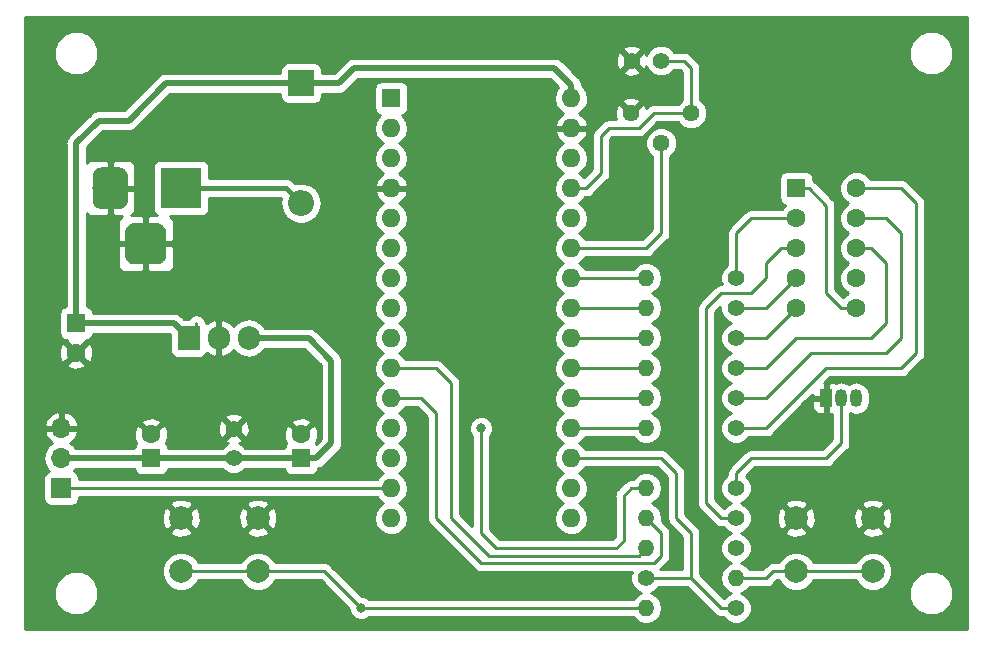
<source format=gbl>
G04 #@! TF.GenerationSoftware,KiCad,Pcbnew,(5.0.1-3-g963ef8bb5)*
G04 #@! TF.CreationDate,2018-12-20T00:01:49+01:00*
G04 #@! TF.ProjectId,fablab_Arduino,6661626C61625F41726475696E6F2E6B,rev?*
G04 #@! TF.SameCoordinates,Original*
G04 #@! TF.FileFunction,Copper,L2,Bot,Signal*
G04 #@! TF.FilePolarity,Positive*
%FSLAX46Y46*%
G04 Gerber Fmt 4.6, Leading zero omitted, Abs format (unit mm)*
G04 Created by KiCad (PCBNEW (5.0.1-3-g963ef8bb5)) date 2018 December 20, Thursday 00:01:49*
%MOMM*%
%LPD*%
G01*
G04 APERTURE LIST*
G04 #@! TA.AperFunction,ComponentPad*
%ADD10R,3.500000X3.500000*%
G04 #@! TD*
G04 #@! TA.AperFunction,Conductor*
%ADD11C,0.100000*%
G04 #@! TD*
G04 #@! TA.AperFunction,ComponentPad*
%ADD12C,3.000000*%
G04 #@! TD*
G04 #@! TA.AperFunction,ComponentPad*
%ADD13C,3.500000*%
G04 #@! TD*
G04 #@! TA.AperFunction,ComponentPad*
%ADD14C,2.000000*%
G04 #@! TD*
G04 #@! TA.AperFunction,ComponentPad*
%ADD15R,1.600000X1.600000*%
G04 #@! TD*
G04 #@! TA.AperFunction,ComponentPad*
%ADD16O,1.600000X1.600000*%
G04 #@! TD*
G04 #@! TA.AperFunction,ComponentPad*
%ADD17R,2.200000X2.200000*%
G04 #@! TD*
G04 #@! TA.AperFunction,ComponentPad*
%ADD18O,2.200000X2.200000*%
G04 #@! TD*
G04 #@! TA.AperFunction,ComponentPad*
%ADD19O,1.050000X1.500000*%
G04 #@! TD*
G04 #@! TA.AperFunction,ComponentPad*
%ADD20R,1.050000X1.500000*%
G04 #@! TD*
G04 #@! TA.AperFunction,ComponentPad*
%ADD21R,1.905000X2.000000*%
G04 #@! TD*
G04 #@! TA.AperFunction,ComponentPad*
%ADD22O,1.905000X2.000000*%
G04 #@! TD*
G04 #@! TA.AperFunction,ComponentPad*
%ADD23C,1.600000*%
G04 #@! TD*
G04 #@! TA.AperFunction,ComponentPad*
%ADD24C,1.400000*%
G04 #@! TD*
G04 #@! TA.AperFunction,ComponentPad*
%ADD25O,1.400000X1.400000*%
G04 #@! TD*
G04 #@! TA.AperFunction,ComponentPad*
%ADD26R,1.700000X1.700000*%
G04 #@! TD*
G04 #@! TA.AperFunction,ComponentPad*
%ADD27O,1.700000X1.700000*%
G04 #@! TD*
G04 #@! TA.AperFunction,ComponentPad*
%ADD28C,1.440000*%
G04 #@! TD*
G04 #@! TA.AperFunction,ViaPad*
%ADD29C,0.800000*%
G04 #@! TD*
G04 #@! TA.AperFunction,Conductor*
%ADD30C,0.250000*%
G04 #@! TD*
G04 #@! TA.AperFunction,Conductor*
%ADD31C,0.400000*%
G04 #@! TD*
G04 #@! TA.AperFunction,Conductor*
%ADD32C,0.500000*%
G04 #@! TD*
G04 #@! TA.AperFunction,Conductor*
%ADD33C,0.254000*%
G04 #@! TD*
G04 APERTURE END LIST*
D10*
G04 #@! TO.P,J1,1*
G04 #@! TO.N,Net-(D1-Pad2)*
X99060000Y-87630000D03*
D11*
G04 #@! TD*
G04 #@! TO.N,GNDD*
G04 #@! TO.C,J1*
G36*
X93883513Y-85883611D02*
X93956318Y-85894411D01*
X94027714Y-85912295D01*
X94097013Y-85937090D01*
X94163548Y-85968559D01*
X94226678Y-86006398D01*
X94285795Y-86050242D01*
X94340330Y-86099670D01*
X94389758Y-86154205D01*
X94433602Y-86213322D01*
X94471441Y-86276452D01*
X94502910Y-86342987D01*
X94527705Y-86412286D01*
X94545589Y-86483682D01*
X94556389Y-86556487D01*
X94560000Y-86630000D01*
X94560000Y-88630000D01*
X94556389Y-88703513D01*
X94545589Y-88776318D01*
X94527705Y-88847714D01*
X94502910Y-88917013D01*
X94471441Y-88983548D01*
X94433602Y-89046678D01*
X94389758Y-89105795D01*
X94340330Y-89160330D01*
X94285795Y-89209758D01*
X94226678Y-89253602D01*
X94163548Y-89291441D01*
X94097013Y-89322910D01*
X94027714Y-89347705D01*
X93956318Y-89365589D01*
X93883513Y-89376389D01*
X93810000Y-89380000D01*
X92310000Y-89380000D01*
X92236487Y-89376389D01*
X92163682Y-89365589D01*
X92092286Y-89347705D01*
X92022987Y-89322910D01*
X91956452Y-89291441D01*
X91893322Y-89253602D01*
X91834205Y-89209758D01*
X91779670Y-89160330D01*
X91730242Y-89105795D01*
X91686398Y-89046678D01*
X91648559Y-88983548D01*
X91617090Y-88917013D01*
X91592295Y-88847714D01*
X91574411Y-88776318D01*
X91563611Y-88703513D01*
X91560000Y-88630000D01*
X91560000Y-86630000D01*
X91563611Y-86556487D01*
X91574411Y-86483682D01*
X91592295Y-86412286D01*
X91617090Y-86342987D01*
X91648559Y-86276452D01*
X91686398Y-86213322D01*
X91730242Y-86154205D01*
X91779670Y-86099670D01*
X91834205Y-86050242D01*
X91893322Y-86006398D01*
X91956452Y-85968559D01*
X92022987Y-85937090D01*
X92092286Y-85912295D01*
X92163682Y-85894411D01*
X92236487Y-85883611D01*
X92310000Y-85880000D01*
X93810000Y-85880000D01*
X93883513Y-85883611D01*
X93883513Y-85883611D01*
G37*
D12*
G04 #@! TO.P,J1,2*
G04 #@! TO.N,GNDD*
X93060000Y-87630000D03*
D11*
G04 #@! TD*
G04 #@! TO.N,GNDD*
G04 #@! TO.C,J1*
G36*
X97020765Y-90584213D02*
X97105704Y-90596813D01*
X97188999Y-90617677D01*
X97269848Y-90646605D01*
X97347472Y-90683319D01*
X97421124Y-90727464D01*
X97490094Y-90778616D01*
X97553718Y-90836282D01*
X97611384Y-90899906D01*
X97662536Y-90968876D01*
X97706681Y-91042528D01*
X97743395Y-91120152D01*
X97772323Y-91201001D01*
X97793187Y-91284296D01*
X97805787Y-91369235D01*
X97810000Y-91455000D01*
X97810000Y-93205000D01*
X97805787Y-93290765D01*
X97793187Y-93375704D01*
X97772323Y-93458999D01*
X97743395Y-93539848D01*
X97706681Y-93617472D01*
X97662536Y-93691124D01*
X97611384Y-93760094D01*
X97553718Y-93823718D01*
X97490094Y-93881384D01*
X97421124Y-93932536D01*
X97347472Y-93976681D01*
X97269848Y-94013395D01*
X97188999Y-94042323D01*
X97105704Y-94063187D01*
X97020765Y-94075787D01*
X96935000Y-94080000D01*
X95185000Y-94080000D01*
X95099235Y-94075787D01*
X95014296Y-94063187D01*
X94931001Y-94042323D01*
X94850152Y-94013395D01*
X94772528Y-93976681D01*
X94698876Y-93932536D01*
X94629906Y-93881384D01*
X94566282Y-93823718D01*
X94508616Y-93760094D01*
X94457464Y-93691124D01*
X94413319Y-93617472D01*
X94376605Y-93539848D01*
X94347677Y-93458999D01*
X94326813Y-93375704D01*
X94314213Y-93290765D01*
X94310000Y-93205000D01*
X94310000Y-91455000D01*
X94314213Y-91369235D01*
X94326813Y-91284296D01*
X94347677Y-91201001D01*
X94376605Y-91120152D01*
X94413319Y-91042528D01*
X94457464Y-90968876D01*
X94508616Y-90899906D01*
X94566282Y-90836282D01*
X94629906Y-90778616D01*
X94698876Y-90727464D01*
X94772528Y-90683319D01*
X94850152Y-90646605D01*
X94931001Y-90617677D01*
X95014296Y-90596813D01*
X95099235Y-90584213D01*
X95185000Y-90580000D01*
X96935000Y-90580000D01*
X97020765Y-90584213D01*
X97020765Y-90584213D01*
G37*
D13*
G04 #@! TO.P,J1,3*
G04 #@! TO.N,GNDD*
X96060000Y-92330000D03*
G04 #@! TD*
D14*
G04 #@! TO.P,SW2,1*
G04 #@! TO.N,GNDD*
X105560000Y-115570000D03*
G04 #@! TO.P,SW2,2*
G04 #@! TO.N,Net-(A1-Pad6)*
X105560000Y-120070000D03*
G04 #@! TO.P,SW2,1*
G04 #@! TO.N,GNDD*
X99060000Y-115570000D03*
G04 #@! TO.P,SW2,2*
G04 #@! TO.N,Net-(A1-Pad6)*
X99060000Y-120070000D03*
G04 #@! TD*
D15*
G04 #@! TO.P,A1,1*
G04 #@! TO.N,Net-(A1-Pad1)*
X116840000Y-80010000D03*
D16*
G04 #@! TO.P,A1,17*
G04 #@! TO.N,Net-(A1-Pad17)*
X132080000Y-113030000D03*
G04 #@! TO.P,A1,2*
G04 #@! TO.N,Net-(A1-Pad2)*
X116840000Y-82550000D03*
G04 #@! TO.P,A1,18*
G04 #@! TO.N,Net-(A1-Pad18)*
X132080000Y-110490000D03*
G04 #@! TO.P,A1,3*
G04 #@! TO.N,Net-(A1-Pad3)*
X116840000Y-85090000D03*
G04 #@! TO.P,A1,19*
G04 #@! TO.N,Net-(A1-Pad19)*
X132080000Y-107950000D03*
G04 #@! TO.P,A1,4*
G04 #@! TO.N,GNDD*
X116840000Y-87630000D03*
G04 #@! TO.P,A1,20*
G04 #@! TO.N,Net-(A1-Pad20)*
X132080000Y-105410000D03*
G04 #@! TO.P,A1,5*
G04 #@! TO.N,Net-(A1-Pad5)*
X116840000Y-90170000D03*
G04 #@! TO.P,A1,21*
G04 #@! TO.N,Net-(A1-Pad21)*
X132080000Y-102870000D03*
G04 #@! TO.P,A1,6*
G04 #@! TO.N,Net-(A1-Pad6)*
X116840000Y-92710000D03*
G04 #@! TO.P,A1,22*
G04 #@! TO.N,Net-(A1-Pad22)*
X132080000Y-100330000D03*
G04 #@! TO.P,A1,7*
G04 #@! TO.N,Net-(A1-Pad7)*
X116840000Y-95250000D03*
G04 #@! TO.P,A1,23*
G04 #@! TO.N,Net-(A1-Pad23)*
X132080000Y-97790000D03*
G04 #@! TO.P,A1,8*
G04 #@! TO.N,Net-(A1-Pad8)*
X116840000Y-97790000D03*
G04 #@! TO.P,A1,24*
G04 #@! TO.N,Net-(A1-Pad24)*
X132080000Y-95250000D03*
G04 #@! TO.P,A1,9*
G04 #@! TO.N,Net-(A1-Pad9)*
X116840000Y-100330000D03*
G04 #@! TO.P,A1,25*
G04 #@! TO.N,Net-(A1-Pad25)*
X132080000Y-92710000D03*
G04 #@! TO.P,A1,10*
G04 #@! TO.N,Net-(A1-Pad10)*
X116840000Y-102870000D03*
G04 #@! TO.P,A1,26*
G04 #@! TO.N,Net-(A1-Pad26)*
X132080000Y-90170000D03*
G04 #@! TO.P,A1,11*
G04 #@! TO.N,Net-(A1-Pad11)*
X116840000Y-105410000D03*
G04 #@! TO.P,A1,27*
G04 #@! TO.N,Net-(A1-Pad18)*
X132080000Y-87630000D03*
G04 #@! TO.P,A1,12*
G04 #@! TO.N,Net-(A1-Pad12)*
X116840000Y-107950000D03*
G04 #@! TO.P,A1,28*
G04 #@! TO.N,Net-(A1-Pad28)*
X132080000Y-85090000D03*
G04 #@! TO.P,A1,13*
G04 #@! TO.N,Net-(A1-Pad13)*
X116840000Y-110490000D03*
G04 #@! TO.P,A1,29*
G04 #@! TO.N,GNDD*
X132080000Y-82550000D03*
G04 #@! TO.P,A1,14*
G04 #@! TO.N,Net-(A1-Pad14)*
X116840000Y-113030000D03*
G04 #@! TO.P,A1,30*
G04 #@! TO.N,/10V*
X132080000Y-80010000D03*
G04 #@! TO.P,A1,15*
G04 #@! TO.N,Net-(A1-Pad15)*
X116840000Y-115570000D03*
G04 #@! TO.P,A1,16*
G04 #@! TO.N,Net-(A1-Pad16)*
X132080000Y-115570000D03*
G04 #@! TD*
D17*
G04 #@! TO.P,D1,1*
G04 #@! TO.N,/10V*
X109220000Y-78740000D03*
D18*
G04 #@! TO.P,D1,2*
G04 #@! TO.N,Net-(D1-Pad2)*
X109220000Y-88900000D03*
G04 #@! TD*
D19*
G04 #@! TO.P,Q1,2*
G04 #@! TO.N,Net-(Q1-Pad2)*
X154940000Y-105410000D03*
G04 #@! TO.P,Q1,3*
G04 #@! TO.N,Net-(Q1-Pad3)*
X156210000Y-105410000D03*
D20*
G04 #@! TO.P,Q1,1*
G04 #@! TO.N,GNDD*
X153670000Y-105410000D03*
G04 #@! TD*
D21*
G04 #@! TO.P,U1,1*
G04 #@! TO.N,/10V*
X99695000Y-100330000D03*
D22*
G04 #@! TO.P,U1,2*
G04 #@! TO.N,GNDD*
X102235000Y-100330000D03*
G04 #@! TO.P,U1,3*
G04 #@! TO.N,+5V*
X104775000Y-100330000D03*
G04 #@! TD*
D15*
G04 #@! TO.P,U2,1*
G04 #@! TO.N,Net-(Q1-Pad3)*
X151130000Y-87630000D03*
D23*
G04 #@! TO.P,U2,2*
G04 #@! TO.N,Net-(R6-Pad1)*
X151130000Y-90170000D03*
G04 #@! TO.P,U2,3*
G04 #@! TO.N,Net-(R7-Pad1)*
X151130000Y-92710000D03*
G04 #@! TO.P,U2,4*
G04 #@! TO.N,Net-(R5-Pad1)*
X151130000Y-95250000D03*
G04 #@! TO.P,U2,5*
G04 #@! TO.N,Net-(R4-Pad1)*
X151130000Y-97790000D03*
G04 #@! TO.P,U2,6*
G04 #@! TO.N,Net-(Q1-Pad3)*
X156210000Y-97790000D03*
G04 #@! TO.P,U2,7*
G04 #@! TO.N,Net-(R8-Pad1)*
X156210000Y-95250000D03*
G04 #@! TO.P,U2,8*
G04 #@! TO.N,Net-(R3-Pad1)*
X156210000Y-92710000D03*
G04 #@! TO.P,U2,9*
G04 #@! TO.N,Net-(R2-Pad1)*
X156210000Y-90170000D03*
G04 #@! TO.P,U2,10*
G04 #@! TO.N,Net-(R1-Pad1)*
X156210000Y-87630000D03*
G04 #@! TD*
D24*
G04 #@! TO.P,R10,1*
G04 #@! TO.N,Net-(A1-Pad18)*
X138430000Y-120650000D03*
D25*
G04 #@! TO.P,R10,2*
G04 #@! TO.N,Net-(A1-Pad7)*
X146050000Y-120650000D03*
G04 #@! TD*
G04 #@! TO.P,R11,2*
G04 #@! TO.N,Net-(A1-Pad6)*
X138430000Y-123190000D03*
D24*
G04 #@! TO.P,R11,1*
G04 #@! TO.N,Net-(A1-Pad18)*
X146050000Y-123190000D03*
G04 #@! TD*
G04 #@! TO.P,R1,1*
G04 #@! TO.N,Net-(R1-Pad1)*
X146050000Y-107950000D03*
D25*
G04 #@! TO.P,R1,2*
G04 #@! TO.N,Net-(A1-Pad19)*
X138430000Y-107950000D03*
G04 #@! TD*
G04 #@! TO.P,R2,2*
G04 #@! TO.N,Net-(A1-Pad20)*
X138430000Y-105410000D03*
D24*
G04 #@! TO.P,R2,1*
G04 #@! TO.N,Net-(R2-Pad1)*
X146050000Y-105410000D03*
G04 #@! TD*
G04 #@! TO.P,R3,1*
G04 #@! TO.N,Net-(R3-Pad1)*
X146050000Y-102870000D03*
D25*
G04 #@! TO.P,R3,2*
G04 #@! TO.N,Net-(A1-Pad21)*
X138430000Y-102870000D03*
G04 #@! TD*
G04 #@! TO.P,R4,2*
G04 #@! TO.N,Net-(A1-Pad22)*
X138430000Y-100330000D03*
D24*
G04 #@! TO.P,R4,1*
G04 #@! TO.N,Net-(R4-Pad1)*
X146050000Y-100330000D03*
G04 #@! TD*
G04 #@! TO.P,R5,1*
G04 #@! TO.N,Net-(R5-Pad1)*
X146050000Y-97790000D03*
D25*
G04 #@! TO.P,R5,2*
G04 #@! TO.N,Net-(A1-Pad23)*
X138430000Y-97790000D03*
G04 #@! TD*
G04 #@! TO.P,R6,2*
G04 #@! TO.N,Net-(A1-Pad24)*
X138430000Y-95250000D03*
D24*
G04 #@! TO.P,R6,1*
G04 #@! TO.N,Net-(R6-Pad1)*
X146050000Y-95250000D03*
G04 #@! TD*
G04 #@! TO.P,R7,1*
G04 #@! TO.N,Net-(R7-Pad1)*
X146050000Y-115570000D03*
D25*
G04 #@! TO.P,R7,2*
G04 #@! TO.N,Net-(A1-Pad11)*
X138430000Y-115570000D03*
G04 #@! TD*
G04 #@! TO.P,R8,2*
G04 #@! TO.N,Net-(A1-Pad10)*
X138430000Y-118110000D03*
D24*
G04 #@! TO.P,R8,1*
G04 #@! TO.N,Net-(R8-Pad1)*
X146050000Y-118110000D03*
G04 #@! TD*
G04 #@! TO.P,R9,1*
G04 #@! TO.N,Net-(Q1-Pad2)*
X146050000Y-113030000D03*
D25*
G04 #@! TO.P,R9,2*
G04 #@! TO.N,Net-(A1-Pad12)*
X138430000Y-113030000D03*
G04 #@! TD*
D14*
G04 #@! TO.P,SW1,2*
G04 #@! TO.N,Net-(A1-Pad7)*
X151130000Y-120070000D03*
G04 #@! TO.P,SW1,1*
G04 #@! TO.N,GNDD*
X151130000Y-115570000D03*
G04 #@! TO.P,SW1,2*
G04 #@! TO.N,Net-(A1-Pad7)*
X157630000Y-120070000D03*
G04 #@! TO.P,SW1,1*
G04 #@! TO.N,GNDD*
X157630000Y-115570000D03*
G04 #@! TD*
D26*
G04 #@! TO.P,J2,1*
G04 #@! TO.N,Net-(A1-Pad14)*
X88900000Y-113030000D03*
D27*
G04 #@! TO.P,J2,2*
G04 #@! TO.N,+5V*
X88900000Y-110490000D03*
G04 #@! TO.P,J2,3*
G04 #@! TO.N,GNDD*
X88900000Y-107950000D03*
G04 #@! TD*
D28*
G04 #@! TO.P,RV1,1*
G04 #@! TO.N,Net-(A1-Pad18)*
X142240000Y-81280000D03*
G04 #@! TO.P,RV1,2*
G04 #@! TO.N,Net-(A1-Pad25)*
X139700000Y-83820000D03*
G04 #@! TO.P,RV1,3*
G04 #@! TO.N,GNDD*
X137160000Y-81280000D03*
G04 #@! TD*
D15*
G04 #@! TO.P,C1,1*
G04 #@! TO.N,/10V*
X90170000Y-99060000D03*
D23*
G04 #@! TO.P,C1,2*
G04 #@! TO.N,GNDD*
X90170000Y-101560000D03*
G04 #@! TD*
D15*
G04 #@! TO.P,C2,1*
G04 #@! TO.N,+5V*
X109220000Y-110490000D03*
D23*
G04 #@! TO.P,C2,2*
G04 #@! TO.N,GNDD*
X109220000Y-108490000D03*
G04 #@! TD*
D24*
G04 #@! TO.P,C3,1*
G04 #@! TO.N,+5V*
X103505000Y-110490000D03*
G04 #@! TO.P,C3,2*
G04 #@! TO.N,GNDD*
X103505000Y-107990000D03*
G04 #@! TD*
G04 #@! TO.P,C4,2*
G04 #@! TO.N,GNDD*
X137200000Y-76835000D03*
G04 #@! TO.P,C4,1*
G04 #@! TO.N,Net-(A1-Pad18)*
X139700000Y-76835000D03*
G04 #@! TD*
D23*
G04 #@! TO.P,C5,2*
G04 #@! TO.N,GNDD*
X96520000Y-108490000D03*
D15*
G04 #@! TO.P,C5,1*
G04 #@! TO.N,+5V*
X96520000Y-110490000D03*
G04 #@! TD*
D29*
G04 #@! TO.N,Net-(A1-Pad12)*
X124460000Y-107950000D03*
G04 #@! TO.N,Net-(A1-Pad6)*
X114300000Y-123190000D03*
G04 #@! TD*
D30*
G04 #@! TO.N,GNDD*
X96060000Y-90330000D02*
X96060000Y-92330000D01*
X96060000Y-92330000D02*
X98060000Y-92330000D01*
X116840000Y-87630000D02*
X120650000Y-87630000D01*
X125730000Y-82550000D02*
X132080000Y-82550000D01*
X120650000Y-87630000D02*
X125730000Y-82550000D01*
D31*
G04 #@! TO.N,Net-(D1-Pad2)*
X107950000Y-87630000D02*
X109220000Y-88900000D01*
X99060000Y-87630000D02*
X107950000Y-87630000D01*
D30*
G04 #@! TO.N,Net-(A1-Pad14)*
X114300000Y-113030000D02*
X116840000Y-113030000D01*
X114300000Y-113030000D02*
X88900000Y-113030000D01*
G04 #@! TO.N,Net-(A1-Pad19)*
X132080000Y-107950000D02*
X138430000Y-107950000D01*
G04 #@! TO.N,Net-(R1-Pad1)*
X146050000Y-107950000D02*
X148590000Y-107950000D01*
X148590000Y-107950000D02*
X153670000Y-102870000D01*
X153670000Y-102870000D02*
X160020000Y-102870000D01*
X160020000Y-102870000D02*
X161290000Y-101600000D01*
X161290000Y-101600000D02*
X161290000Y-88900000D01*
X161290000Y-88900000D02*
X160020000Y-87630000D01*
X160020000Y-87630000D02*
X156210000Y-87630000D01*
G04 #@! TO.N,Net-(R2-Pad1)*
X146050000Y-105410000D02*
X148590000Y-105410000D01*
X148590000Y-105410000D02*
X152400000Y-101600000D01*
X152400000Y-101600000D02*
X158750000Y-101600000D01*
X158750000Y-101600000D02*
X160020000Y-100330000D01*
X160020000Y-100330000D02*
X160020000Y-91440000D01*
X160020000Y-91440000D02*
X158750000Y-90170000D01*
X158750000Y-90170000D02*
X156210000Y-90170000D01*
G04 #@! TO.N,Net-(A1-Pad20)*
X132080000Y-105410000D02*
X138430000Y-105410000D01*
G04 #@! TO.N,Net-(A1-Pad21)*
X132080000Y-102870000D02*
X138430000Y-102870000D01*
G04 #@! TO.N,Net-(R3-Pad1)*
X157480000Y-92710000D02*
X156210000Y-92710000D01*
X158750000Y-93980000D02*
X157480000Y-92710000D01*
X157480000Y-100330000D02*
X158750000Y-99060000D01*
X151130000Y-100330000D02*
X157480000Y-100330000D01*
X148590000Y-102870000D02*
X151130000Y-100330000D01*
X158750000Y-99060000D02*
X158750000Y-93980000D01*
X146050000Y-102870000D02*
X148590000Y-102870000D01*
G04 #@! TO.N,Net-(R4-Pad1)*
X146050000Y-100330000D02*
X148590000Y-100330000D01*
X148590000Y-100330000D02*
X149860000Y-99060000D01*
X149860000Y-99060000D02*
X151130000Y-97790000D01*
G04 #@! TO.N,Net-(A1-Pad22)*
X132080000Y-100330000D02*
X138430000Y-100330000D01*
G04 #@! TO.N,Net-(A1-Pad23)*
X132080000Y-97790000D02*
X138430000Y-97790000D01*
G04 #@! TO.N,Net-(R5-Pad1)*
X146050000Y-97790000D02*
X148590000Y-97790000D01*
X148590000Y-97790000D02*
X151130000Y-95250000D01*
G04 #@! TO.N,Net-(R6-Pad1)*
X151130000Y-90170000D02*
X147320000Y-90170000D01*
X146050000Y-91440000D02*
X146050000Y-95250000D01*
X147320000Y-90170000D02*
X146050000Y-91440000D01*
G04 #@! TO.N,Net-(A1-Pad24)*
X132080000Y-95250000D02*
X138430000Y-95250000D01*
G04 #@! TO.N,Net-(A1-Pad11)*
X120650000Y-115570000D02*
X120650000Y-106680000D01*
X124460000Y-119380000D02*
X120650000Y-115570000D01*
X120650000Y-106680000D02*
X119380000Y-105410000D01*
X119380000Y-105410000D02*
X116840000Y-105410000D01*
X139065000Y-119380000D02*
X139700000Y-118745000D01*
X139065000Y-119380000D02*
X124460000Y-119380000D01*
X139700000Y-118745000D02*
X139700000Y-116840000D01*
X139700000Y-116840000D02*
X138430000Y-115570000D01*
G04 #@! TO.N,Net-(R7-Pad1)*
X151130000Y-92710000D02*
X149860000Y-92710000D01*
X149860000Y-92710000D02*
X148590000Y-93980000D01*
X148590000Y-93980000D02*
X148590000Y-95250000D01*
X148590000Y-95250000D02*
X147320000Y-96520000D01*
X147320000Y-96520000D02*
X144780000Y-96520000D01*
X144780000Y-96520000D02*
X143510000Y-97790000D01*
X143510000Y-97790000D02*
X143510000Y-114300000D01*
X144780000Y-115570000D02*
X146050000Y-115570000D01*
X143510000Y-114300000D02*
X144780000Y-115570000D01*
G04 #@! TO.N,Net-(A1-Pad10)*
X120650000Y-102870000D02*
X116840000Y-102870000D01*
X121920000Y-104140000D02*
X120650000Y-102870000D01*
X125095000Y-118745000D02*
X121920000Y-115570000D01*
X121920000Y-115570000D02*
X121920000Y-104140000D01*
X137795000Y-118745000D02*
X125095000Y-118745000D01*
X138430000Y-118110000D02*
X137795000Y-118745000D01*
G04 #@! TO.N,Net-(A1-Pad12)*
X138430000Y-113030000D02*
X137160000Y-113030000D01*
X124460000Y-114300000D02*
X124460000Y-107950000D01*
X136525000Y-113665000D02*
X136525000Y-117475000D01*
X137160000Y-113030000D02*
X136525000Y-113665000D01*
X136525000Y-117475000D02*
X135890000Y-118110000D01*
X135890000Y-118110000D02*
X125730000Y-118110000D01*
X125730000Y-118110000D02*
X124460000Y-116840000D01*
X124460000Y-116840000D02*
X124460000Y-114300000D01*
G04 #@! TO.N,Net-(Q1-Pad2)*
X154940000Y-105410000D02*
X154940000Y-109220000D01*
X154940000Y-109220000D02*
X153670000Y-110490000D01*
X153670000Y-110490000D02*
X147320000Y-110490000D01*
X147320000Y-110490000D02*
X146050000Y-111760000D01*
X146050000Y-111760000D02*
X146050000Y-113030000D01*
G04 #@! TO.N,Net-(A1-Pad18)*
X142240000Y-120650000D02*
X144780000Y-123190000D01*
X144780000Y-123190000D02*
X146050000Y-123190000D01*
X133350000Y-87630000D02*
X132080000Y-87630000D01*
X134620000Y-86360000D02*
X133350000Y-87630000D01*
X142240000Y-81280000D02*
X139065000Y-81280000D01*
X135256410Y-82550000D02*
X134620000Y-83186410D01*
X134620000Y-83186410D02*
X134620000Y-86360000D01*
X137795000Y-82550000D02*
X135256410Y-82550000D01*
X139065000Y-81280000D02*
X137795000Y-82550000D01*
X142240000Y-120650000D02*
X138430000Y-120650000D01*
X140970000Y-115570000D02*
X142240000Y-116840000D01*
X140970000Y-111760000D02*
X140970000Y-115570000D01*
X142240000Y-116840000D02*
X142240000Y-120650000D01*
X139700000Y-110490000D02*
X140970000Y-111760000D01*
X132080000Y-110490000D02*
X139700000Y-110490000D01*
X139700000Y-76835000D02*
X141605000Y-76835000D01*
X141605000Y-76835000D02*
X142240000Y-77470000D01*
X142240000Y-77470000D02*
X142240000Y-81280000D01*
G04 #@! TO.N,Net-(A1-Pad25)*
X139700000Y-91440000D02*
X139700000Y-83820000D01*
X132080000Y-92710000D02*
X138430000Y-92710000D01*
X138430000Y-92710000D02*
X139700000Y-91440000D01*
G04 #@! TO.N,Net-(A1-Pad7)*
X151130000Y-120070000D02*
X157630000Y-120070000D01*
X151130000Y-120070000D02*
X149170000Y-120070000D01*
X148590000Y-120650000D02*
X146050000Y-120650000D01*
X149170000Y-120070000D02*
X148590000Y-120650000D01*
G04 #@! TO.N,Net-(A1-Pad6)*
X99060000Y-120070000D02*
X105560000Y-120070000D01*
X105560000Y-120070000D02*
X111180000Y-120070000D01*
X114300000Y-123190000D02*
X138430000Y-123190000D01*
X111180000Y-120070000D02*
X114300000Y-123190000D01*
G04 #@! TO.N,Net-(Q1-Pad3)*
X152180000Y-87630000D02*
X153670000Y-89120000D01*
X151130000Y-87630000D02*
X152180000Y-87630000D01*
X153670000Y-89120000D02*
X153670000Y-96520000D01*
X153670000Y-96520000D02*
X154940000Y-97790000D01*
X154940000Y-97790000D02*
X156210000Y-97790000D01*
G04 #@! TO.N,/10V*
X100330000Y-99080000D02*
X100330000Y-100330000D01*
D32*
X132080000Y-78878630D02*
X130671370Y-77470000D01*
X132080000Y-80010000D02*
X132080000Y-78878630D01*
X130671370Y-77470000D02*
X113665000Y-77470000D01*
X113665000Y-77470000D02*
X112395000Y-78740000D01*
X112395000Y-78740000D02*
X109220000Y-78740000D01*
X109220000Y-78740000D02*
X97790000Y-78740000D01*
X97790000Y-78740000D02*
X94615000Y-81915000D01*
X94615000Y-81915000D02*
X92075000Y-81915000D01*
X90170000Y-83820000D02*
X90170000Y-99060000D01*
X92075000Y-81915000D02*
X90170000Y-83820000D01*
X98425000Y-99060000D02*
X99695000Y-100330000D01*
X90170000Y-99060000D02*
X98425000Y-99060000D01*
G04 #@! TO.N,+5V*
X111760000Y-109250000D02*
X110520000Y-110490000D01*
X111760000Y-102235000D02*
X111760000Y-109250000D01*
X110520000Y-110490000D02*
X109220000Y-110490000D01*
X109855000Y-100330000D02*
X111760000Y-102235000D01*
X104775000Y-100330000D02*
X109855000Y-100330000D01*
X109220000Y-110490000D02*
X103505000Y-110490000D01*
X103505000Y-110490000D02*
X96520000Y-110490000D01*
X95220000Y-110490000D02*
X88900000Y-110490000D01*
X96520000Y-110490000D02*
X95220000Y-110490000D01*
G04 #@! TD*
D33*
G04 #@! TO.N,GNDD*
G36*
X165608000Y-124968000D02*
X85852000Y-124968000D01*
X85852000Y-121545050D01*
X88285000Y-121545050D01*
X88285000Y-122294950D01*
X88571974Y-122987767D01*
X89102233Y-123518026D01*
X89795050Y-123805000D01*
X90544950Y-123805000D01*
X91237767Y-123518026D01*
X91768026Y-122987767D01*
X92055000Y-122294950D01*
X92055000Y-121545050D01*
X91768026Y-120852233D01*
X91237767Y-120321974D01*
X90544950Y-120035000D01*
X89795050Y-120035000D01*
X89102233Y-120321974D01*
X88571974Y-120852233D01*
X88285000Y-121545050D01*
X85852000Y-121545050D01*
X85852000Y-116722532D01*
X98087073Y-116722532D01*
X98185736Y-116989387D01*
X98795461Y-117215908D01*
X99445460Y-117191856D01*
X99934264Y-116989387D01*
X100032927Y-116722532D01*
X104587073Y-116722532D01*
X104685736Y-116989387D01*
X105295461Y-117215908D01*
X105945460Y-117191856D01*
X106434264Y-116989387D01*
X106532927Y-116722532D01*
X105560000Y-115749605D01*
X104587073Y-116722532D01*
X100032927Y-116722532D01*
X99060000Y-115749605D01*
X98087073Y-116722532D01*
X85852000Y-116722532D01*
X85852000Y-115305461D01*
X97414092Y-115305461D01*
X97438144Y-115955460D01*
X97640613Y-116444264D01*
X97907468Y-116542927D01*
X98880395Y-115570000D01*
X99239605Y-115570000D01*
X100212532Y-116542927D01*
X100479387Y-116444264D01*
X100705908Y-115834539D01*
X100686331Y-115305461D01*
X103914092Y-115305461D01*
X103938144Y-115955460D01*
X104140613Y-116444264D01*
X104407468Y-116542927D01*
X105380395Y-115570000D01*
X105739605Y-115570000D01*
X106712532Y-116542927D01*
X106979387Y-116444264D01*
X107205908Y-115834539D01*
X107181856Y-115184540D01*
X106979387Y-114695736D01*
X106712532Y-114597073D01*
X105739605Y-115570000D01*
X105380395Y-115570000D01*
X104407468Y-114597073D01*
X104140613Y-114695736D01*
X103914092Y-115305461D01*
X100686331Y-115305461D01*
X100681856Y-115184540D01*
X100479387Y-114695736D01*
X100212532Y-114597073D01*
X99239605Y-115570000D01*
X98880395Y-115570000D01*
X97907468Y-114597073D01*
X97640613Y-114695736D01*
X97414092Y-115305461D01*
X85852000Y-115305461D01*
X85852000Y-110490000D01*
X87385908Y-110490000D01*
X87501161Y-111069418D01*
X87829375Y-111560625D01*
X87847619Y-111572816D01*
X87802235Y-111581843D01*
X87592191Y-111722191D01*
X87451843Y-111932235D01*
X87402560Y-112180000D01*
X87402560Y-113880000D01*
X87451843Y-114127765D01*
X87592191Y-114337809D01*
X87802235Y-114478157D01*
X88050000Y-114527440D01*
X89750000Y-114527440D01*
X89997765Y-114478157D01*
X90088591Y-114417468D01*
X98087073Y-114417468D01*
X99060000Y-115390395D01*
X100032927Y-114417468D01*
X104587073Y-114417468D01*
X105560000Y-115390395D01*
X106532927Y-114417468D01*
X106434264Y-114150613D01*
X105824539Y-113924092D01*
X105174540Y-113948144D01*
X104685736Y-114150613D01*
X104587073Y-114417468D01*
X100032927Y-114417468D01*
X99934264Y-114150613D01*
X99324539Y-113924092D01*
X98674540Y-113948144D01*
X98185736Y-114150613D01*
X98087073Y-114417468D01*
X90088591Y-114417468D01*
X90207809Y-114337809D01*
X90348157Y-114127765D01*
X90397440Y-113880000D01*
X90397440Y-113790000D01*
X115621957Y-113790000D01*
X115805423Y-114064577D01*
X116157758Y-114300000D01*
X115805423Y-114535423D01*
X115488260Y-115010091D01*
X115376887Y-115570000D01*
X115488260Y-116129909D01*
X115805423Y-116604577D01*
X116280091Y-116921740D01*
X116698667Y-117005000D01*
X116981333Y-117005000D01*
X117399909Y-116921740D01*
X117874577Y-116604577D01*
X118191740Y-116129909D01*
X118303113Y-115570000D01*
X118191740Y-115010091D01*
X117874577Y-114535423D01*
X117522242Y-114300000D01*
X117874577Y-114064577D01*
X118191740Y-113589909D01*
X118303113Y-113030000D01*
X118191740Y-112470091D01*
X117874577Y-111995423D01*
X117522242Y-111760000D01*
X117874577Y-111524577D01*
X118191740Y-111049909D01*
X118303113Y-110490000D01*
X118191740Y-109930091D01*
X117874577Y-109455423D01*
X117522242Y-109220000D01*
X117874577Y-108984577D01*
X118191740Y-108509909D01*
X118303113Y-107950000D01*
X118191740Y-107390091D01*
X117874577Y-106915423D01*
X117522242Y-106680000D01*
X117874577Y-106444577D01*
X118058043Y-106170000D01*
X119065199Y-106170000D01*
X119890001Y-106994803D01*
X119890000Y-115495153D01*
X119875112Y-115570000D01*
X119890000Y-115644847D01*
X119890000Y-115644851D01*
X119934096Y-115866536D01*
X120102071Y-116117929D01*
X120165530Y-116160331D01*
X123869671Y-119864473D01*
X123912071Y-119927929D01*
X123975527Y-119970329D01*
X124163462Y-120095904D01*
X124211605Y-120105480D01*
X124385148Y-120140000D01*
X124385152Y-120140000D01*
X124460000Y-120154888D01*
X124534848Y-120140000D01*
X137196255Y-120140000D01*
X137095000Y-120384452D01*
X137095000Y-120915548D01*
X137298242Y-121406217D01*
X137673783Y-121781758D01*
X137995918Y-121915191D01*
X137909109Y-121932458D01*
X137467519Y-122227519D01*
X137332226Y-122430000D01*
X115003711Y-122430000D01*
X114886280Y-122312569D01*
X114505874Y-122155000D01*
X114339803Y-122155000D01*
X111770331Y-119585530D01*
X111727929Y-119522071D01*
X111476537Y-119354096D01*
X111254852Y-119310000D01*
X111254847Y-119310000D01*
X111180000Y-119295112D01*
X111105153Y-119310000D01*
X107014909Y-119310000D01*
X106946086Y-119143847D01*
X106486153Y-118683914D01*
X105885222Y-118435000D01*
X105234778Y-118435000D01*
X104633847Y-118683914D01*
X104173914Y-119143847D01*
X104105091Y-119310000D01*
X100514909Y-119310000D01*
X100446086Y-119143847D01*
X99986153Y-118683914D01*
X99385222Y-118435000D01*
X98734778Y-118435000D01*
X98133847Y-118683914D01*
X97673914Y-119143847D01*
X97425000Y-119744778D01*
X97425000Y-120395222D01*
X97673914Y-120996153D01*
X98133847Y-121456086D01*
X98734778Y-121705000D01*
X99385222Y-121705000D01*
X99986153Y-121456086D01*
X100446086Y-120996153D01*
X100514909Y-120830000D01*
X104105091Y-120830000D01*
X104173914Y-120996153D01*
X104633847Y-121456086D01*
X105234778Y-121705000D01*
X105885222Y-121705000D01*
X106486153Y-121456086D01*
X106946086Y-120996153D01*
X107014909Y-120830000D01*
X110865199Y-120830000D01*
X113265000Y-123229803D01*
X113265000Y-123395874D01*
X113422569Y-123776280D01*
X113713720Y-124067431D01*
X114094126Y-124225000D01*
X114505874Y-124225000D01*
X114886280Y-124067431D01*
X115003711Y-123950000D01*
X137332226Y-123950000D01*
X137467519Y-124152481D01*
X137909109Y-124447542D01*
X138298515Y-124525000D01*
X138561485Y-124525000D01*
X138950891Y-124447542D01*
X139392481Y-124152481D01*
X139687542Y-123710891D01*
X139791154Y-123190000D01*
X139687542Y-122669109D01*
X139392481Y-122227519D01*
X138950891Y-121932458D01*
X138864082Y-121915191D01*
X139186217Y-121781758D01*
X139557975Y-121410000D01*
X141925199Y-121410000D01*
X144189673Y-123674476D01*
X144232071Y-123737929D01*
X144295524Y-123780327D01*
X144295526Y-123780329D01*
X144420902Y-123864102D01*
X144483463Y-123905904D01*
X144705148Y-123950000D01*
X144705152Y-123950000D01*
X144779999Y-123964888D01*
X144854846Y-123950000D01*
X144922025Y-123950000D01*
X145293783Y-124321758D01*
X145784452Y-124525000D01*
X146315548Y-124525000D01*
X146806217Y-124321758D01*
X147181758Y-123946217D01*
X147385000Y-123455548D01*
X147385000Y-122924452D01*
X147181758Y-122433783D01*
X146806217Y-122058242D01*
X146484082Y-121924809D01*
X146570891Y-121907542D01*
X147012481Y-121612481D01*
X147147774Y-121410000D01*
X148515153Y-121410000D01*
X148590000Y-121424888D01*
X148664847Y-121410000D01*
X148664852Y-121410000D01*
X148886537Y-121365904D01*
X149137929Y-121197929D01*
X149180331Y-121134470D01*
X149484802Y-120830000D01*
X149675091Y-120830000D01*
X149743914Y-120996153D01*
X150203847Y-121456086D01*
X150804778Y-121705000D01*
X151455222Y-121705000D01*
X152056153Y-121456086D01*
X152516086Y-120996153D01*
X152584909Y-120830000D01*
X156175091Y-120830000D01*
X156243914Y-120996153D01*
X156703847Y-121456086D01*
X157304778Y-121705000D01*
X157955222Y-121705000D01*
X158341375Y-121545050D01*
X160675000Y-121545050D01*
X160675000Y-122294950D01*
X160961974Y-122987767D01*
X161492233Y-123518026D01*
X162185050Y-123805000D01*
X162934950Y-123805000D01*
X163627767Y-123518026D01*
X164158026Y-122987767D01*
X164445000Y-122294950D01*
X164445000Y-121545050D01*
X164158026Y-120852233D01*
X163627767Y-120321974D01*
X162934950Y-120035000D01*
X162185050Y-120035000D01*
X161492233Y-120321974D01*
X160961974Y-120852233D01*
X160675000Y-121545050D01*
X158341375Y-121545050D01*
X158556153Y-121456086D01*
X159016086Y-120996153D01*
X159265000Y-120395222D01*
X159265000Y-119744778D01*
X159016086Y-119143847D01*
X158556153Y-118683914D01*
X157955222Y-118435000D01*
X157304778Y-118435000D01*
X156703847Y-118683914D01*
X156243914Y-119143847D01*
X156175091Y-119310000D01*
X152584909Y-119310000D01*
X152516086Y-119143847D01*
X152056153Y-118683914D01*
X151455222Y-118435000D01*
X150804778Y-118435000D01*
X150203847Y-118683914D01*
X149743914Y-119143847D01*
X149675091Y-119310000D01*
X149244847Y-119310000D01*
X149170000Y-119295112D01*
X149095153Y-119310000D01*
X149095148Y-119310000D01*
X148873463Y-119354096D01*
X148622071Y-119522071D01*
X148579671Y-119585527D01*
X148275199Y-119890000D01*
X147147774Y-119890000D01*
X147012481Y-119687519D01*
X146570891Y-119392458D01*
X146484082Y-119375191D01*
X146806217Y-119241758D01*
X147181758Y-118866217D01*
X147385000Y-118375548D01*
X147385000Y-117844452D01*
X147181758Y-117353783D01*
X146806217Y-116978242D01*
X146472472Y-116840000D01*
X146756064Y-116722532D01*
X150157073Y-116722532D01*
X150255736Y-116989387D01*
X150865461Y-117215908D01*
X151515460Y-117191856D01*
X152004264Y-116989387D01*
X152102927Y-116722532D01*
X156657073Y-116722532D01*
X156755736Y-116989387D01*
X157365461Y-117215908D01*
X158015460Y-117191856D01*
X158504264Y-116989387D01*
X158602927Y-116722532D01*
X157630000Y-115749605D01*
X156657073Y-116722532D01*
X152102927Y-116722532D01*
X151130000Y-115749605D01*
X150157073Y-116722532D01*
X146756064Y-116722532D01*
X146806217Y-116701758D01*
X147181758Y-116326217D01*
X147385000Y-115835548D01*
X147385000Y-115305461D01*
X149484092Y-115305461D01*
X149508144Y-115955460D01*
X149710613Y-116444264D01*
X149977468Y-116542927D01*
X150950395Y-115570000D01*
X151309605Y-115570000D01*
X152282532Y-116542927D01*
X152549387Y-116444264D01*
X152775908Y-115834539D01*
X152756331Y-115305461D01*
X155984092Y-115305461D01*
X156008144Y-115955460D01*
X156210613Y-116444264D01*
X156477468Y-116542927D01*
X157450395Y-115570000D01*
X157809605Y-115570000D01*
X158782532Y-116542927D01*
X159049387Y-116444264D01*
X159275908Y-115834539D01*
X159251856Y-115184540D01*
X159049387Y-114695736D01*
X158782532Y-114597073D01*
X157809605Y-115570000D01*
X157450395Y-115570000D01*
X156477468Y-114597073D01*
X156210613Y-114695736D01*
X155984092Y-115305461D01*
X152756331Y-115305461D01*
X152751856Y-115184540D01*
X152549387Y-114695736D01*
X152282532Y-114597073D01*
X151309605Y-115570000D01*
X150950395Y-115570000D01*
X149977468Y-114597073D01*
X149710613Y-114695736D01*
X149484092Y-115305461D01*
X147385000Y-115305461D01*
X147385000Y-115304452D01*
X147181758Y-114813783D01*
X146806217Y-114438242D01*
X146756065Y-114417468D01*
X150157073Y-114417468D01*
X151130000Y-115390395D01*
X152102927Y-114417468D01*
X156657073Y-114417468D01*
X157630000Y-115390395D01*
X158602927Y-114417468D01*
X158504264Y-114150613D01*
X157894539Y-113924092D01*
X157244540Y-113948144D01*
X156755736Y-114150613D01*
X156657073Y-114417468D01*
X152102927Y-114417468D01*
X152004264Y-114150613D01*
X151394539Y-113924092D01*
X150744540Y-113948144D01*
X150255736Y-114150613D01*
X150157073Y-114417468D01*
X146756065Y-114417468D01*
X146472472Y-114300000D01*
X146806217Y-114161758D01*
X147181758Y-113786217D01*
X147385000Y-113295548D01*
X147385000Y-112764452D01*
X147181758Y-112273783D01*
X146896388Y-111988413D01*
X147634802Y-111250000D01*
X153595153Y-111250000D01*
X153670000Y-111264888D01*
X153744847Y-111250000D01*
X153744852Y-111250000D01*
X153966537Y-111205904D01*
X154217929Y-111037929D01*
X154260331Y-110974470D01*
X155424473Y-109810329D01*
X155487929Y-109767929D01*
X155655904Y-109516537D01*
X155700000Y-109294852D01*
X155700000Y-109294848D01*
X155714888Y-109220001D01*
X155700000Y-109145154D01*
X155700000Y-106689347D01*
X155757392Y-106727695D01*
X156210000Y-106817725D01*
X156662609Y-106727695D01*
X157046313Y-106471313D01*
X157302695Y-106087608D01*
X157370000Y-105749245D01*
X157370000Y-105070754D01*
X157302695Y-104732391D01*
X157046313Y-104348687D01*
X156662608Y-104092305D01*
X156210000Y-104002275D01*
X155757391Y-104092305D01*
X155575000Y-104214175D01*
X155392608Y-104092305D01*
X154940000Y-104002275D01*
X154487391Y-104092305D01*
X154486016Y-104093224D01*
X154321309Y-104025000D01*
X153955750Y-104025000D01*
X153797000Y-104183750D01*
X153797000Y-104985291D01*
X153780000Y-105070755D01*
X153780000Y-105749246D01*
X153797000Y-105834710D01*
X153797000Y-106636250D01*
X153955750Y-106795000D01*
X154180000Y-106795000D01*
X154180001Y-108905197D01*
X153355199Y-109730000D01*
X147394846Y-109730000D01*
X147319999Y-109715112D01*
X147245152Y-109730000D01*
X147245148Y-109730000D01*
X147023463Y-109774096D01*
X146772071Y-109942071D01*
X146729671Y-110005527D01*
X145565530Y-111169669D01*
X145502071Y-111212071D01*
X145334096Y-111463464D01*
X145290000Y-111685149D01*
X145290000Y-111685153D01*
X145275112Y-111760000D01*
X145290000Y-111834847D01*
X145290000Y-111902025D01*
X144918242Y-112273783D01*
X144715000Y-112764452D01*
X144715000Y-113295548D01*
X144918242Y-113786217D01*
X145293783Y-114161758D01*
X145627528Y-114300000D01*
X145293783Y-114438242D01*
X145008413Y-114723612D01*
X144270000Y-113985199D01*
X144270000Y-98104801D01*
X144715000Y-97659802D01*
X144715000Y-98055548D01*
X144918242Y-98546217D01*
X145293783Y-98921758D01*
X145627528Y-99060000D01*
X145293783Y-99198242D01*
X144918242Y-99573783D01*
X144715000Y-100064452D01*
X144715000Y-100595548D01*
X144918242Y-101086217D01*
X145293783Y-101461758D01*
X145627528Y-101600000D01*
X145293783Y-101738242D01*
X144918242Y-102113783D01*
X144715000Y-102604452D01*
X144715000Y-103135548D01*
X144918242Y-103626217D01*
X145293783Y-104001758D01*
X145627528Y-104140000D01*
X145293783Y-104278242D01*
X144918242Y-104653783D01*
X144715000Y-105144452D01*
X144715000Y-105675548D01*
X144918242Y-106166217D01*
X145293783Y-106541758D01*
X145627528Y-106680000D01*
X145293783Y-106818242D01*
X144918242Y-107193783D01*
X144715000Y-107684452D01*
X144715000Y-108215548D01*
X144918242Y-108706217D01*
X145293783Y-109081758D01*
X145784452Y-109285000D01*
X146315548Y-109285000D01*
X146806217Y-109081758D01*
X147177975Y-108710000D01*
X148515153Y-108710000D01*
X148590000Y-108724888D01*
X148664847Y-108710000D01*
X148664852Y-108710000D01*
X148886537Y-108665904D01*
X149137929Y-108497929D01*
X149180331Y-108434470D01*
X151919051Y-105695750D01*
X152510000Y-105695750D01*
X152510000Y-106286310D01*
X152606673Y-106519699D01*
X152785302Y-106698327D01*
X153018691Y-106795000D01*
X153384250Y-106795000D01*
X153543000Y-106636250D01*
X153543000Y-105537000D01*
X152668750Y-105537000D01*
X152510000Y-105695750D01*
X151919051Y-105695750D01*
X152510000Y-105104802D01*
X152510000Y-105124250D01*
X152668750Y-105283000D01*
X153543000Y-105283000D01*
X153543000Y-104183750D01*
X153487026Y-104127776D01*
X153984802Y-103630000D01*
X159945153Y-103630000D01*
X160020000Y-103644888D01*
X160094847Y-103630000D01*
X160094852Y-103630000D01*
X160316537Y-103585904D01*
X160567929Y-103417929D01*
X160610331Y-103354470D01*
X161774473Y-102190329D01*
X161837929Y-102147929D01*
X162005904Y-101896537D01*
X162050000Y-101674852D01*
X162050000Y-101674848D01*
X162064888Y-101600001D01*
X162050000Y-101525154D01*
X162050000Y-88974846D01*
X162064888Y-88899999D01*
X162050000Y-88825152D01*
X162050000Y-88825148D01*
X162005904Y-88603463D01*
X161837929Y-88352071D01*
X161774473Y-88309671D01*
X160610331Y-87145530D01*
X160567929Y-87082071D01*
X160316537Y-86914096D01*
X160094852Y-86870000D01*
X160094847Y-86870000D01*
X160020000Y-86855112D01*
X159945153Y-86870000D01*
X157448430Y-86870000D01*
X157426534Y-86817138D01*
X157022862Y-86413466D01*
X156495439Y-86195000D01*
X155924561Y-86195000D01*
X155397138Y-86413466D01*
X154993466Y-86817138D01*
X154775000Y-87344561D01*
X154775000Y-87915439D01*
X154993466Y-88442862D01*
X155397138Y-88846534D01*
X155526216Y-88900000D01*
X155397138Y-88953466D01*
X154993466Y-89357138D01*
X154775000Y-89884561D01*
X154775000Y-90455439D01*
X154993466Y-90982862D01*
X155397138Y-91386534D01*
X155526216Y-91440000D01*
X155397138Y-91493466D01*
X154993466Y-91897138D01*
X154775000Y-92424561D01*
X154775000Y-92995439D01*
X154993466Y-93522862D01*
X155397138Y-93926534D01*
X155526216Y-93980000D01*
X155397138Y-94033466D01*
X154993466Y-94437138D01*
X154775000Y-94964561D01*
X154775000Y-95535439D01*
X154993466Y-96062862D01*
X155397138Y-96466534D01*
X155526216Y-96520000D01*
X155397138Y-96573466D01*
X155097703Y-96872901D01*
X154430000Y-96205199D01*
X154430000Y-89194846D01*
X154444888Y-89119999D01*
X154430000Y-89045152D01*
X154430000Y-89045148D01*
X154385904Y-88823463D01*
X154217929Y-88572071D01*
X154154473Y-88529671D01*
X152770331Y-87145530D01*
X152727929Y-87082071D01*
X152577440Y-86981517D01*
X152577440Y-86830000D01*
X152528157Y-86582235D01*
X152387809Y-86372191D01*
X152177765Y-86231843D01*
X151930000Y-86182560D01*
X150330000Y-86182560D01*
X150082235Y-86231843D01*
X149872191Y-86372191D01*
X149731843Y-86582235D01*
X149682560Y-86830000D01*
X149682560Y-88430000D01*
X149731843Y-88677765D01*
X149872191Y-88887809D01*
X150082235Y-89028157D01*
X150215866Y-89054738D01*
X149913466Y-89357138D01*
X149891570Y-89410000D01*
X147394846Y-89410000D01*
X147319999Y-89395112D01*
X147245152Y-89410000D01*
X147245148Y-89410000D01*
X147023463Y-89454096D01*
X146772071Y-89622071D01*
X146729671Y-89685527D01*
X145565530Y-90849669D01*
X145502071Y-90892071D01*
X145334096Y-91143464D01*
X145290000Y-91365149D01*
X145290000Y-91365153D01*
X145275112Y-91440000D01*
X145290000Y-91514847D01*
X145290001Y-94122024D01*
X144918242Y-94493783D01*
X144715000Y-94984452D01*
X144715000Y-95515548D01*
X144812790Y-95751635D01*
X144779999Y-95745112D01*
X144705152Y-95760000D01*
X144705148Y-95760000D01*
X144483463Y-95804096D01*
X144232071Y-95972071D01*
X144189671Y-96035527D01*
X143025530Y-97199669D01*
X142962071Y-97242071D01*
X142794096Y-97493464D01*
X142750000Y-97715149D01*
X142750000Y-97715153D01*
X142735112Y-97790000D01*
X142750000Y-97864847D01*
X142750001Y-114225148D01*
X142735112Y-114300000D01*
X142750001Y-114374851D01*
X142750001Y-114374852D01*
X142794097Y-114596537D01*
X142962072Y-114847929D01*
X143025528Y-114890329D01*
X144189670Y-116054472D01*
X144232071Y-116117929D01*
X144483463Y-116285904D01*
X144705148Y-116330000D01*
X144705152Y-116330000D01*
X144779999Y-116344888D01*
X144854846Y-116330000D01*
X144922025Y-116330000D01*
X145293783Y-116701758D01*
X145627528Y-116840000D01*
X145293783Y-116978242D01*
X144918242Y-117353783D01*
X144715000Y-117844452D01*
X144715000Y-118375548D01*
X144918242Y-118866217D01*
X145293783Y-119241758D01*
X145615918Y-119375191D01*
X145529109Y-119392458D01*
X145087519Y-119687519D01*
X144792458Y-120129109D01*
X144688846Y-120650000D01*
X144792458Y-121170891D01*
X145087519Y-121612481D01*
X145529109Y-121907542D01*
X145615918Y-121924809D01*
X145293783Y-122058242D01*
X145008414Y-122343611D01*
X143000000Y-120335199D01*
X143000000Y-116914846D01*
X143014888Y-116839999D01*
X143000000Y-116765152D01*
X143000000Y-116765148D01*
X142955904Y-116543463D01*
X142787929Y-116292071D01*
X142724473Y-116249671D01*
X141730000Y-115255199D01*
X141730000Y-111834846D01*
X141744888Y-111759999D01*
X141730000Y-111685152D01*
X141730000Y-111685148D01*
X141685904Y-111463463D01*
X141517929Y-111212071D01*
X141454473Y-111169671D01*
X140290331Y-110005530D01*
X140247929Y-109942071D01*
X139996537Y-109774096D01*
X139774852Y-109730000D01*
X139774847Y-109730000D01*
X139700000Y-109715112D01*
X139625153Y-109730000D01*
X133298043Y-109730000D01*
X133114577Y-109455423D01*
X132762242Y-109220000D01*
X133114577Y-108984577D01*
X133298043Y-108710000D01*
X137332226Y-108710000D01*
X137467519Y-108912481D01*
X137909109Y-109207542D01*
X138298515Y-109285000D01*
X138561485Y-109285000D01*
X138950891Y-109207542D01*
X139392481Y-108912481D01*
X139687542Y-108470891D01*
X139791154Y-107950000D01*
X139687542Y-107429109D01*
X139392481Y-106987519D01*
X138950891Y-106692458D01*
X138888261Y-106680000D01*
X138950891Y-106667542D01*
X139392481Y-106372481D01*
X139687542Y-105930891D01*
X139791154Y-105410000D01*
X139687542Y-104889109D01*
X139392481Y-104447519D01*
X138950891Y-104152458D01*
X138888261Y-104140000D01*
X138950891Y-104127542D01*
X139392481Y-103832481D01*
X139687542Y-103390891D01*
X139791154Y-102870000D01*
X139687542Y-102349109D01*
X139392481Y-101907519D01*
X138950891Y-101612458D01*
X138888261Y-101600000D01*
X138950891Y-101587542D01*
X139392481Y-101292481D01*
X139687542Y-100850891D01*
X139791154Y-100330000D01*
X139687542Y-99809109D01*
X139392481Y-99367519D01*
X138950891Y-99072458D01*
X138888261Y-99060000D01*
X138950891Y-99047542D01*
X139392481Y-98752481D01*
X139687542Y-98310891D01*
X139791154Y-97790000D01*
X139687542Y-97269109D01*
X139392481Y-96827519D01*
X138950891Y-96532458D01*
X138888261Y-96520000D01*
X138950891Y-96507542D01*
X139392481Y-96212481D01*
X139687542Y-95770891D01*
X139791154Y-95250000D01*
X139687542Y-94729109D01*
X139392481Y-94287519D01*
X138950891Y-93992458D01*
X138561485Y-93915000D01*
X138298515Y-93915000D01*
X137909109Y-93992458D01*
X137467519Y-94287519D01*
X137332226Y-94490000D01*
X133298043Y-94490000D01*
X133114577Y-94215423D01*
X132762242Y-93980000D01*
X133114577Y-93744577D01*
X133298043Y-93470000D01*
X138355153Y-93470000D01*
X138430000Y-93484888D01*
X138504847Y-93470000D01*
X138504852Y-93470000D01*
X138726537Y-93425904D01*
X138977929Y-93257929D01*
X139020331Y-93194470D01*
X140184473Y-92030329D01*
X140247929Y-91987929D01*
X140415904Y-91736537D01*
X140460000Y-91514852D01*
X140460000Y-91514848D01*
X140474888Y-91440001D01*
X140460000Y-91365154D01*
X140460000Y-84971840D01*
X140467546Y-84968714D01*
X140848714Y-84587546D01*
X141055000Y-84089526D01*
X141055000Y-83550474D01*
X140848714Y-83052454D01*
X140467546Y-82671286D01*
X139969526Y-82465000D01*
X139430474Y-82465000D01*
X138932454Y-82671286D01*
X138551286Y-83052454D01*
X138345000Y-83550474D01*
X138345000Y-84089526D01*
X138551286Y-84587546D01*
X138932454Y-84968714D01*
X138940001Y-84971840D01*
X138940000Y-91125198D01*
X138115199Y-91950000D01*
X133298043Y-91950000D01*
X133114577Y-91675423D01*
X132762242Y-91440000D01*
X133114577Y-91204577D01*
X133431740Y-90729909D01*
X133543113Y-90170000D01*
X133431740Y-89610091D01*
X133114577Y-89135423D01*
X132762242Y-88900000D01*
X133114577Y-88664577D01*
X133295358Y-88394019D01*
X133350000Y-88404888D01*
X133424847Y-88390000D01*
X133424852Y-88390000D01*
X133646537Y-88345904D01*
X133897929Y-88177929D01*
X133940331Y-88114470D01*
X135104473Y-86950329D01*
X135167929Y-86907929D01*
X135335904Y-86656537D01*
X135380000Y-86434852D01*
X135380000Y-86434848D01*
X135394888Y-86360001D01*
X135380000Y-86285154D01*
X135380000Y-83501211D01*
X135571212Y-83310000D01*
X137720153Y-83310000D01*
X137795000Y-83324888D01*
X137869847Y-83310000D01*
X137869852Y-83310000D01*
X138091537Y-83265904D01*
X138342929Y-83097929D01*
X138385331Y-83034470D01*
X139379802Y-82040000D01*
X141088160Y-82040000D01*
X141091286Y-82047546D01*
X141472454Y-82428714D01*
X141970474Y-82635000D01*
X142509526Y-82635000D01*
X143007546Y-82428714D01*
X143388714Y-82047546D01*
X143595000Y-81549526D01*
X143595000Y-81010474D01*
X143388714Y-80512454D01*
X143007546Y-80131286D01*
X143000000Y-80128160D01*
X143000000Y-77544848D01*
X143014888Y-77470000D01*
X143000000Y-77395152D01*
X143000000Y-77395148D01*
X142955904Y-77173463D01*
X142787929Y-76922071D01*
X142724473Y-76879671D01*
X142195331Y-76350530D01*
X142152929Y-76287071D01*
X141901537Y-76119096D01*
X141679852Y-76075000D01*
X141679847Y-76075000D01*
X141605000Y-76060112D01*
X141530153Y-76075000D01*
X140827975Y-76075000D01*
X140578025Y-75825050D01*
X160675000Y-75825050D01*
X160675000Y-76574950D01*
X160961974Y-77267767D01*
X161492233Y-77798026D01*
X162185050Y-78085000D01*
X162934950Y-78085000D01*
X163627767Y-77798026D01*
X164158026Y-77267767D01*
X164445000Y-76574950D01*
X164445000Y-75825050D01*
X164158026Y-75132233D01*
X163627767Y-74601974D01*
X162934950Y-74315000D01*
X162185050Y-74315000D01*
X161492233Y-74601974D01*
X160961974Y-75132233D01*
X160675000Y-75825050D01*
X140578025Y-75825050D01*
X140456217Y-75703242D01*
X139965548Y-75500000D01*
X139434452Y-75500000D01*
X138943783Y-75703242D01*
X138568242Y-76078783D01*
X138456721Y-76348017D01*
X138371042Y-76141169D01*
X138135275Y-76079331D01*
X137379605Y-76835000D01*
X138135275Y-77590669D01*
X138371042Y-77528831D01*
X138449775Y-77305212D01*
X138568242Y-77591217D01*
X138943783Y-77966758D01*
X139434452Y-78170000D01*
X139965548Y-78170000D01*
X140456217Y-77966758D01*
X140827975Y-77595000D01*
X141290199Y-77595000D01*
X141480000Y-77784802D01*
X141480001Y-80128160D01*
X141472454Y-80131286D01*
X141091286Y-80512454D01*
X141088160Y-80520000D01*
X139139846Y-80520000D01*
X139064999Y-80505112D01*
X138990152Y-80520000D01*
X138990148Y-80520000D01*
X138768463Y-80564096D01*
X138517071Y-80732071D01*
X138474671Y-80795527D01*
X138449671Y-80820527D01*
X138347611Y-80574131D01*
X138109774Y-80509831D01*
X137339605Y-81280000D01*
X137353748Y-81294143D01*
X137174143Y-81473748D01*
X137160000Y-81459605D01*
X137145858Y-81473748D01*
X136966253Y-81294143D01*
X136980395Y-81280000D01*
X136210226Y-80509831D01*
X135972389Y-80574131D01*
X135792667Y-81082342D01*
X135821108Y-81620644D01*
X135891257Y-81790000D01*
X135331258Y-81790000D01*
X135256410Y-81775112D01*
X135181562Y-81790000D01*
X135181558Y-81790000D01*
X135008015Y-81824520D01*
X134959872Y-81834096D01*
X134772828Y-81959076D01*
X134708481Y-82002071D01*
X134666081Y-82065527D01*
X134135530Y-82596079D01*
X134072071Y-82638481D01*
X133904096Y-82889874D01*
X133860000Y-83111559D01*
X133860000Y-83111563D01*
X133845112Y-83186410D01*
X133860000Y-83261257D01*
X133860001Y-86045197D01*
X133192763Y-86712436D01*
X133114577Y-86595423D01*
X132762242Y-86360000D01*
X133114577Y-86124577D01*
X133431740Y-85649909D01*
X133543113Y-85090000D01*
X133431740Y-84530091D01*
X133114577Y-84055423D01*
X132730892Y-83799053D01*
X132935134Y-83702389D01*
X133311041Y-83287423D01*
X133471904Y-82899039D01*
X133349915Y-82677000D01*
X132207000Y-82677000D01*
X132207000Y-82697000D01*
X131953000Y-82697000D01*
X131953000Y-82677000D01*
X130810085Y-82677000D01*
X130688096Y-82899039D01*
X130848959Y-83287423D01*
X131224866Y-83702389D01*
X131429108Y-83799053D01*
X131045423Y-84055423D01*
X130728260Y-84530091D01*
X130616887Y-85090000D01*
X130728260Y-85649909D01*
X131045423Y-86124577D01*
X131397758Y-86360000D01*
X131045423Y-86595423D01*
X130728260Y-87070091D01*
X130616887Y-87630000D01*
X130728260Y-88189909D01*
X131045423Y-88664577D01*
X131397758Y-88900000D01*
X131045423Y-89135423D01*
X130728260Y-89610091D01*
X130616887Y-90170000D01*
X130728260Y-90729909D01*
X131045423Y-91204577D01*
X131397758Y-91440000D01*
X131045423Y-91675423D01*
X130728260Y-92150091D01*
X130616887Y-92710000D01*
X130728260Y-93269909D01*
X131045423Y-93744577D01*
X131397758Y-93980000D01*
X131045423Y-94215423D01*
X130728260Y-94690091D01*
X130616887Y-95250000D01*
X130728260Y-95809909D01*
X131045423Y-96284577D01*
X131397758Y-96520000D01*
X131045423Y-96755423D01*
X130728260Y-97230091D01*
X130616887Y-97790000D01*
X130728260Y-98349909D01*
X131045423Y-98824577D01*
X131397758Y-99060000D01*
X131045423Y-99295423D01*
X130728260Y-99770091D01*
X130616887Y-100330000D01*
X130728260Y-100889909D01*
X131045423Y-101364577D01*
X131397758Y-101600000D01*
X131045423Y-101835423D01*
X130728260Y-102310091D01*
X130616887Y-102870000D01*
X130728260Y-103429909D01*
X131045423Y-103904577D01*
X131397758Y-104140000D01*
X131045423Y-104375423D01*
X130728260Y-104850091D01*
X130616887Y-105410000D01*
X130728260Y-105969909D01*
X131045423Y-106444577D01*
X131397758Y-106680000D01*
X131045423Y-106915423D01*
X130728260Y-107390091D01*
X130616887Y-107950000D01*
X130728260Y-108509909D01*
X131045423Y-108984577D01*
X131397758Y-109220000D01*
X131045423Y-109455423D01*
X130728260Y-109930091D01*
X130616887Y-110490000D01*
X130728260Y-111049909D01*
X131045423Y-111524577D01*
X131397758Y-111760000D01*
X131045423Y-111995423D01*
X130728260Y-112470091D01*
X130616887Y-113030000D01*
X130728260Y-113589909D01*
X131045423Y-114064577D01*
X131397758Y-114300000D01*
X131045423Y-114535423D01*
X130728260Y-115010091D01*
X130616887Y-115570000D01*
X130728260Y-116129909D01*
X131045423Y-116604577D01*
X131520091Y-116921740D01*
X131938667Y-117005000D01*
X132221333Y-117005000D01*
X132639909Y-116921740D01*
X133114577Y-116604577D01*
X133431740Y-116129909D01*
X133543113Y-115570000D01*
X133431740Y-115010091D01*
X133114577Y-114535423D01*
X132762242Y-114300000D01*
X133114577Y-114064577D01*
X133431740Y-113589909D01*
X133543113Y-113030000D01*
X133431740Y-112470091D01*
X133114577Y-111995423D01*
X132762242Y-111760000D01*
X133114577Y-111524577D01*
X133298043Y-111250000D01*
X139385199Y-111250000D01*
X140210000Y-112074802D01*
X140210001Y-115495148D01*
X140195112Y-115570000D01*
X140254097Y-115866537D01*
X140313514Y-115955460D01*
X140422072Y-116117929D01*
X140485528Y-116160329D01*
X141480000Y-117154802D01*
X141480001Y-119890000D01*
X139638272Y-119890000D01*
X139655331Y-119864470D01*
X140184473Y-119335329D01*
X140247929Y-119292929D01*
X140415904Y-119041537D01*
X140460000Y-118819852D01*
X140460000Y-118819848D01*
X140474888Y-118745000D01*
X140460000Y-118670152D01*
X140460000Y-116914846D01*
X140474888Y-116839999D01*
X140460000Y-116765152D01*
X140460000Y-116765148D01*
X140415904Y-116543463D01*
X140247929Y-116292071D01*
X140184473Y-116249671D01*
X139743645Y-115808843D01*
X139791154Y-115570000D01*
X139687542Y-115049109D01*
X139392481Y-114607519D01*
X138950891Y-114312458D01*
X138888261Y-114300000D01*
X138950891Y-114287542D01*
X139392481Y-113992481D01*
X139687542Y-113550891D01*
X139791154Y-113030000D01*
X139687542Y-112509109D01*
X139392481Y-112067519D01*
X138950891Y-111772458D01*
X138561485Y-111695000D01*
X138298515Y-111695000D01*
X137909109Y-111772458D01*
X137467519Y-112067519D01*
X137332226Y-112270000D01*
X137234848Y-112270000D01*
X137160000Y-112255112D01*
X137085152Y-112270000D01*
X137085148Y-112270000D01*
X136863463Y-112314096D01*
X136612071Y-112482071D01*
X136569671Y-112545527D01*
X136040530Y-113074669D01*
X135977071Y-113117071D01*
X135809096Y-113368464D01*
X135765000Y-113590149D01*
X135765000Y-113590153D01*
X135750112Y-113665000D01*
X135765000Y-113739847D01*
X135765001Y-117160197D01*
X135575199Y-117350000D01*
X126044802Y-117350000D01*
X125220000Y-116525199D01*
X125220000Y-108653711D01*
X125337431Y-108536280D01*
X125495000Y-108155874D01*
X125495000Y-107744126D01*
X125337431Y-107363720D01*
X125046280Y-107072569D01*
X124665874Y-106915000D01*
X124254126Y-106915000D01*
X123873720Y-107072569D01*
X123582569Y-107363720D01*
X123425000Y-107744126D01*
X123425000Y-108155874D01*
X123582569Y-108536280D01*
X123700001Y-108653712D01*
X123700000Y-114374851D01*
X123700001Y-114374856D01*
X123700000Y-116275199D01*
X122680000Y-115255199D01*
X122680000Y-104214846D01*
X122694888Y-104139999D01*
X122680000Y-104065152D01*
X122680000Y-104065148D01*
X122635904Y-103843463D01*
X122467929Y-103592071D01*
X122404473Y-103549671D01*
X121240331Y-102385530D01*
X121197929Y-102322071D01*
X120946537Y-102154096D01*
X120724852Y-102110000D01*
X120724847Y-102110000D01*
X120650000Y-102095112D01*
X120575153Y-102110000D01*
X118058043Y-102110000D01*
X117874577Y-101835423D01*
X117522242Y-101600000D01*
X117874577Y-101364577D01*
X118191740Y-100889909D01*
X118303113Y-100330000D01*
X118191740Y-99770091D01*
X117874577Y-99295423D01*
X117522242Y-99060000D01*
X117874577Y-98824577D01*
X118191740Y-98349909D01*
X118303113Y-97790000D01*
X118191740Y-97230091D01*
X117874577Y-96755423D01*
X117522242Y-96520000D01*
X117874577Y-96284577D01*
X118191740Y-95809909D01*
X118303113Y-95250000D01*
X118191740Y-94690091D01*
X117874577Y-94215423D01*
X117522242Y-93980000D01*
X117874577Y-93744577D01*
X118191740Y-93269909D01*
X118303113Y-92710000D01*
X118191740Y-92150091D01*
X117874577Y-91675423D01*
X117522242Y-91440000D01*
X117874577Y-91204577D01*
X118191740Y-90729909D01*
X118303113Y-90170000D01*
X118191740Y-89610091D01*
X117874577Y-89135423D01*
X117490892Y-88879053D01*
X117695134Y-88782389D01*
X118071041Y-88367423D01*
X118231904Y-87979039D01*
X118109915Y-87757000D01*
X116967000Y-87757000D01*
X116967000Y-87777000D01*
X116713000Y-87777000D01*
X116713000Y-87757000D01*
X115570085Y-87757000D01*
X115448096Y-87979039D01*
X115608959Y-88367423D01*
X115984866Y-88782389D01*
X116189108Y-88879053D01*
X115805423Y-89135423D01*
X115488260Y-89610091D01*
X115376887Y-90170000D01*
X115488260Y-90729909D01*
X115805423Y-91204577D01*
X116157758Y-91440000D01*
X115805423Y-91675423D01*
X115488260Y-92150091D01*
X115376887Y-92710000D01*
X115488260Y-93269909D01*
X115805423Y-93744577D01*
X116157758Y-93980000D01*
X115805423Y-94215423D01*
X115488260Y-94690091D01*
X115376887Y-95250000D01*
X115488260Y-95809909D01*
X115805423Y-96284577D01*
X116157758Y-96520000D01*
X115805423Y-96755423D01*
X115488260Y-97230091D01*
X115376887Y-97790000D01*
X115488260Y-98349909D01*
X115805423Y-98824577D01*
X116157758Y-99060000D01*
X115805423Y-99295423D01*
X115488260Y-99770091D01*
X115376887Y-100330000D01*
X115488260Y-100889909D01*
X115805423Y-101364577D01*
X116157758Y-101600000D01*
X115805423Y-101835423D01*
X115488260Y-102310091D01*
X115376887Y-102870000D01*
X115488260Y-103429909D01*
X115805423Y-103904577D01*
X116157758Y-104140000D01*
X115805423Y-104375423D01*
X115488260Y-104850091D01*
X115376887Y-105410000D01*
X115488260Y-105969909D01*
X115805423Y-106444577D01*
X116157758Y-106680000D01*
X115805423Y-106915423D01*
X115488260Y-107390091D01*
X115376887Y-107950000D01*
X115488260Y-108509909D01*
X115805423Y-108984577D01*
X116157758Y-109220000D01*
X115805423Y-109455423D01*
X115488260Y-109930091D01*
X115376887Y-110490000D01*
X115488260Y-111049909D01*
X115805423Y-111524577D01*
X116157758Y-111760000D01*
X115805423Y-111995423D01*
X115621957Y-112270000D01*
X90397440Y-112270000D01*
X90397440Y-112180000D01*
X90348157Y-111932235D01*
X90207809Y-111722191D01*
X89997765Y-111581843D01*
X89952381Y-111572816D01*
X89970625Y-111560625D01*
X90094656Y-111375000D01*
X95089467Y-111375000D01*
X95121843Y-111537765D01*
X95262191Y-111747809D01*
X95472235Y-111888157D01*
X95720000Y-111937440D01*
X97320000Y-111937440D01*
X97567765Y-111888157D01*
X97777809Y-111747809D01*
X97918157Y-111537765D01*
X97950533Y-111375000D01*
X102502025Y-111375000D01*
X102748783Y-111621758D01*
X103239452Y-111825000D01*
X103770548Y-111825000D01*
X104261217Y-111621758D01*
X104507975Y-111375000D01*
X107789467Y-111375000D01*
X107821843Y-111537765D01*
X107962191Y-111747809D01*
X108172235Y-111888157D01*
X108420000Y-111937440D01*
X110020000Y-111937440D01*
X110267765Y-111888157D01*
X110477809Y-111747809D01*
X110618157Y-111537765D01*
X110652319Y-111366018D01*
X110865310Y-111323652D01*
X111158049Y-111128049D01*
X111207425Y-111054153D01*
X112324156Y-109937423D01*
X112398049Y-109888049D01*
X112474191Y-109774096D01*
X112593652Y-109595310D01*
X112645000Y-109337165D01*
X112645000Y-109337161D01*
X112662337Y-109250000D01*
X112645000Y-109162839D01*
X112645000Y-102322161D01*
X112662337Y-102235000D01*
X112645000Y-102147839D01*
X112645000Y-102147835D01*
X112593652Y-101889690D01*
X112518206Y-101776777D01*
X112447424Y-101670845D01*
X112447423Y-101670844D01*
X112398049Y-101596951D01*
X112324156Y-101547577D01*
X110542425Y-99765847D01*
X110493049Y-99691951D01*
X110200310Y-99496348D01*
X109942165Y-99445000D01*
X109942161Y-99445000D01*
X109855000Y-99427663D01*
X109767839Y-99445000D01*
X106124669Y-99445000D01*
X105919523Y-99137977D01*
X105394410Y-98787109D01*
X104775000Y-98663900D01*
X104155589Y-98787109D01*
X103630477Y-99137977D01*
X103495841Y-99339474D01*
X103101924Y-98954027D01*
X102607980Y-98739437D01*
X102362000Y-98859406D01*
X102362000Y-100203000D01*
X102382000Y-100203000D01*
X102382000Y-100457000D01*
X102362000Y-100457000D01*
X102362000Y-101800594D01*
X102607980Y-101920563D01*
X103101924Y-101705973D01*
X103495841Y-101320526D01*
X103630477Y-101522023D01*
X104155590Y-101872891D01*
X104775000Y-101996100D01*
X105394411Y-101872891D01*
X105919523Y-101522023D01*
X106124668Y-101215000D01*
X109488422Y-101215000D01*
X110875000Y-102601579D01*
X110875001Y-108883420D01*
X110497204Y-109261217D01*
X110478005Y-109232484D01*
X110666965Y-108706777D01*
X110639778Y-108136546D01*
X110473864Y-107735995D01*
X110227745Y-107661861D01*
X109399605Y-108490000D01*
X109413748Y-108504142D01*
X109234143Y-108683748D01*
X109220000Y-108669605D01*
X109205858Y-108683748D01*
X109026252Y-108504142D01*
X109040395Y-108490000D01*
X108212255Y-107661861D01*
X107966136Y-107735995D01*
X107773035Y-108273223D01*
X107800222Y-108843454D01*
X107961605Y-109233067D01*
X107821843Y-109442235D01*
X107789467Y-109605000D01*
X104507975Y-109605000D01*
X104261217Y-109358242D01*
X103991983Y-109246721D01*
X104198831Y-109161042D01*
X104260669Y-108925275D01*
X103505000Y-108169605D01*
X102749331Y-108925275D01*
X102811169Y-109161042D01*
X103034788Y-109239775D01*
X102748783Y-109358242D01*
X102502025Y-109605000D01*
X97950533Y-109605000D01*
X97918157Y-109442235D01*
X97778005Y-109232484D01*
X97966965Y-108706777D01*
X97939778Y-108136546D01*
X97799184Y-107797122D01*
X102157581Y-107797122D01*
X102186336Y-108327440D01*
X102333958Y-108683831D01*
X102569725Y-108745669D01*
X103325395Y-107990000D01*
X103684605Y-107990000D01*
X104440275Y-108745669D01*
X104676042Y-108683831D01*
X104852419Y-108182878D01*
X104823664Y-107652560D01*
X104753122Y-107482255D01*
X108391861Y-107482255D01*
X109220000Y-108310395D01*
X110048139Y-107482255D01*
X109974005Y-107236136D01*
X109436777Y-107043035D01*
X108866546Y-107070222D01*
X108465995Y-107236136D01*
X108391861Y-107482255D01*
X104753122Y-107482255D01*
X104676042Y-107296169D01*
X104440275Y-107234331D01*
X103684605Y-107990000D01*
X103325395Y-107990000D01*
X102569725Y-107234331D01*
X102333958Y-107296169D01*
X102157581Y-107797122D01*
X97799184Y-107797122D01*
X97773864Y-107735995D01*
X97527745Y-107661861D01*
X96699605Y-108490000D01*
X96713748Y-108504142D01*
X96534143Y-108683748D01*
X96520000Y-108669605D01*
X96505858Y-108683748D01*
X96326252Y-108504142D01*
X96340395Y-108490000D01*
X95512255Y-107661861D01*
X95266136Y-107735995D01*
X95073035Y-108273223D01*
X95100222Y-108843454D01*
X95261605Y-109233067D01*
X95121843Y-109442235D01*
X95089467Y-109605000D01*
X90094656Y-109605000D01*
X89970625Y-109419375D01*
X89651522Y-109206157D01*
X89781358Y-109145183D01*
X90171645Y-108716924D01*
X90341476Y-108306890D01*
X90220155Y-108077000D01*
X89027000Y-108077000D01*
X89027000Y-108097000D01*
X88773000Y-108097000D01*
X88773000Y-108077000D01*
X87579845Y-108077000D01*
X87458524Y-108306890D01*
X87628355Y-108716924D01*
X88018642Y-109145183D01*
X88148478Y-109206157D01*
X87829375Y-109419375D01*
X87501161Y-109910582D01*
X87385908Y-110490000D01*
X85852000Y-110490000D01*
X85852000Y-107593110D01*
X87458524Y-107593110D01*
X87579845Y-107823000D01*
X88773000Y-107823000D01*
X88773000Y-106629181D01*
X89027000Y-106629181D01*
X89027000Y-107823000D01*
X90220155Y-107823000D01*
X90341476Y-107593110D01*
X90295562Y-107482255D01*
X95691861Y-107482255D01*
X96520000Y-108310395D01*
X97348139Y-107482255D01*
X97274005Y-107236136D01*
X96769300Y-107054725D01*
X102749331Y-107054725D01*
X103505000Y-107810395D01*
X104260669Y-107054725D01*
X104198831Y-106818958D01*
X103697878Y-106642581D01*
X103167560Y-106671336D01*
X102811169Y-106818958D01*
X102749331Y-107054725D01*
X96769300Y-107054725D01*
X96736777Y-107043035D01*
X96166546Y-107070222D01*
X95765995Y-107236136D01*
X95691861Y-107482255D01*
X90295562Y-107482255D01*
X90171645Y-107183076D01*
X89781358Y-106754817D01*
X89256892Y-106508514D01*
X89027000Y-106629181D01*
X88773000Y-106629181D01*
X88543108Y-106508514D01*
X88018642Y-106754817D01*
X87628355Y-107183076D01*
X87458524Y-107593110D01*
X85852000Y-107593110D01*
X85852000Y-102567745D01*
X89341861Y-102567745D01*
X89415995Y-102813864D01*
X89953223Y-103006965D01*
X90523454Y-102979778D01*
X90924005Y-102813864D01*
X90998139Y-102567745D01*
X90170000Y-101739605D01*
X89341861Y-102567745D01*
X85852000Y-102567745D01*
X85852000Y-101343223D01*
X88723035Y-101343223D01*
X88750222Y-101913454D01*
X88916136Y-102314005D01*
X89162255Y-102388139D01*
X89990395Y-101560000D01*
X90349605Y-101560000D01*
X91177745Y-102388139D01*
X91423864Y-102314005D01*
X91616965Y-101776777D01*
X91589778Y-101206546D01*
X91423864Y-100805995D01*
X91177745Y-100731861D01*
X90349605Y-101560000D01*
X89990395Y-101560000D01*
X89162255Y-100731861D01*
X88916136Y-100805995D01*
X88723035Y-101343223D01*
X85852000Y-101343223D01*
X85852000Y-98260000D01*
X88722560Y-98260000D01*
X88722560Y-99860000D01*
X88771843Y-100107765D01*
X88912191Y-100317809D01*
X89122235Y-100458157D01*
X89356187Y-100504693D01*
X89341861Y-100552255D01*
X90170000Y-101380395D01*
X90998139Y-100552255D01*
X90983813Y-100504693D01*
X91217765Y-100458157D01*
X91427809Y-100317809D01*
X91568157Y-100107765D01*
X91600533Y-99945000D01*
X98058422Y-99945000D01*
X98095060Y-99981638D01*
X98095060Y-101330000D01*
X98144343Y-101577765D01*
X98284691Y-101787809D01*
X98494735Y-101928157D01*
X98742500Y-101977440D01*
X100647500Y-101977440D01*
X100895265Y-101928157D01*
X101105309Y-101787809D01*
X101242255Y-101582857D01*
X101368076Y-101705973D01*
X101862020Y-101920563D01*
X102108000Y-101800594D01*
X102108000Y-100457000D01*
X102088000Y-100457000D01*
X102088000Y-100203000D01*
X102108000Y-100203000D01*
X102108000Y-98859406D01*
X101862020Y-98739437D01*
X101368076Y-98954027D01*
X101242255Y-99077143D01*
X101105309Y-98872191D01*
X101057153Y-98840014D01*
X101045904Y-98783463D01*
X100877929Y-98532071D01*
X100626536Y-98364096D01*
X100330000Y-98305111D01*
X100033463Y-98364096D01*
X99782071Y-98532071D01*
X99681518Y-98682560D01*
X99299138Y-98682560D01*
X99112425Y-98495847D01*
X99063049Y-98421951D01*
X98770310Y-98226348D01*
X98512165Y-98175000D01*
X98512161Y-98175000D01*
X98425000Y-98157663D01*
X98337839Y-98175000D01*
X91600533Y-98175000D01*
X91568157Y-98012235D01*
X91427809Y-97802191D01*
X91217765Y-97661843D01*
X91055000Y-97629467D01*
X91055000Y-92615750D01*
X93675000Y-92615750D01*
X93675000Y-94206310D01*
X93771673Y-94439699D01*
X93950302Y-94618327D01*
X94183691Y-94715000D01*
X95774250Y-94715000D01*
X95933000Y-94556250D01*
X95933000Y-92457000D01*
X96187000Y-92457000D01*
X96187000Y-94556250D01*
X96345750Y-94715000D01*
X97936309Y-94715000D01*
X98169698Y-94618327D01*
X98348327Y-94439699D01*
X98445000Y-94206310D01*
X98445000Y-92615750D01*
X98286250Y-92457000D01*
X96187000Y-92457000D01*
X95933000Y-92457000D01*
X93833750Y-92457000D01*
X93675000Y-92615750D01*
X91055000Y-92615750D01*
X91055000Y-89773026D01*
X91200302Y-89918327D01*
X91433691Y-90015000D01*
X92774250Y-90015000D01*
X92933000Y-89856250D01*
X92933000Y-87757000D01*
X93187000Y-87757000D01*
X93187000Y-89856250D01*
X93345750Y-90015000D01*
X94014696Y-90015000D01*
X93950302Y-90041673D01*
X93771673Y-90220301D01*
X93675000Y-90453690D01*
X93675000Y-92044250D01*
X93833750Y-92203000D01*
X95933000Y-92203000D01*
X95933000Y-90103750D01*
X96187000Y-90103750D01*
X96187000Y-92203000D01*
X98286250Y-92203000D01*
X98445000Y-92044250D01*
X98445000Y-90453690D01*
X98348327Y-90220301D01*
X98169698Y-90041673D01*
X98135337Y-90027440D01*
X100810000Y-90027440D01*
X101057765Y-89978157D01*
X101267809Y-89837809D01*
X101408157Y-89627765D01*
X101457440Y-89380000D01*
X101457440Y-88465000D01*
X107537537Y-88465000D01*
X107451010Y-88900000D01*
X107585666Y-89576963D01*
X107969135Y-90150865D01*
X108543037Y-90534334D01*
X109049120Y-90635000D01*
X109390880Y-90635000D01*
X109896963Y-90534334D01*
X110470865Y-90150865D01*
X110854334Y-89576963D01*
X110988990Y-88900000D01*
X110854334Y-88223037D01*
X110470865Y-87649135D01*
X109896963Y-87265666D01*
X109390880Y-87165000D01*
X109049120Y-87165000D01*
X108729453Y-87228586D01*
X108598587Y-87097720D01*
X108552001Y-87027999D01*
X108275801Y-86843448D01*
X108032237Y-86795000D01*
X108032233Y-86795000D01*
X107950000Y-86778643D01*
X107867767Y-86795000D01*
X101457440Y-86795000D01*
X101457440Y-85880000D01*
X101408157Y-85632235D01*
X101267809Y-85422191D01*
X101057765Y-85281843D01*
X100810000Y-85232560D01*
X97310000Y-85232560D01*
X97062235Y-85281843D01*
X96852191Y-85422191D01*
X96711843Y-85632235D01*
X96662560Y-85880000D01*
X96662560Y-89380000D01*
X96711843Y-89627765D01*
X96852191Y-89837809D01*
X97012612Y-89945000D01*
X96345750Y-89945000D01*
X96187000Y-90103750D01*
X95933000Y-90103750D01*
X95774250Y-89945000D01*
X94855304Y-89945000D01*
X94919698Y-89918327D01*
X95098327Y-89739699D01*
X95195000Y-89506310D01*
X95195000Y-87915750D01*
X95036250Y-87757000D01*
X93187000Y-87757000D01*
X92933000Y-87757000D01*
X92913000Y-87757000D01*
X92913000Y-87503000D01*
X92933000Y-87503000D01*
X92933000Y-85403750D01*
X93187000Y-85403750D01*
X93187000Y-87503000D01*
X95036250Y-87503000D01*
X95195000Y-87344250D01*
X95195000Y-85753690D01*
X95098327Y-85520301D01*
X94919698Y-85341673D01*
X94686309Y-85245000D01*
X93345750Y-85245000D01*
X93187000Y-85403750D01*
X92933000Y-85403750D01*
X92774250Y-85245000D01*
X91433691Y-85245000D01*
X91200302Y-85341673D01*
X91055000Y-85486974D01*
X91055000Y-84186578D01*
X92441579Y-82800000D01*
X94527839Y-82800000D01*
X94615000Y-82817337D01*
X94702161Y-82800000D01*
X94702165Y-82800000D01*
X94960310Y-82748652D01*
X95253049Y-82553049D01*
X95255086Y-82550000D01*
X115376887Y-82550000D01*
X115488260Y-83109909D01*
X115805423Y-83584577D01*
X116157758Y-83820000D01*
X115805423Y-84055423D01*
X115488260Y-84530091D01*
X115376887Y-85090000D01*
X115488260Y-85649909D01*
X115805423Y-86124577D01*
X116189108Y-86380947D01*
X115984866Y-86477611D01*
X115608959Y-86892577D01*
X115448096Y-87280961D01*
X115570085Y-87503000D01*
X116713000Y-87503000D01*
X116713000Y-87483000D01*
X116967000Y-87483000D01*
X116967000Y-87503000D01*
X118109915Y-87503000D01*
X118231904Y-87280961D01*
X118071041Y-86892577D01*
X117695134Y-86477611D01*
X117490892Y-86380947D01*
X117874577Y-86124577D01*
X118191740Y-85649909D01*
X118303113Y-85090000D01*
X118191740Y-84530091D01*
X117874577Y-84055423D01*
X117522242Y-83820000D01*
X117874577Y-83584577D01*
X118191740Y-83109909D01*
X118303113Y-82550000D01*
X118191740Y-81990091D01*
X117874577Y-81515423D01*
X117753894Y-81434785D01*
X117887765Y-81408157D01*
X118097809Y-81267809D01*
X118238157Y-81057765D01*
X118287440Y-80810000D01*
X118287440Y-79210000D01*
X118238157Y-78962235D01*
X118097809Y-78752191D01*
X117887765Y-78611843D01*
X117640000Y-78562560D01*
X116040000Y-78562560D01*
X115792235Y-78611843D01*
X115582191Y-78752191D01*
X115441843Y-78962235D01*
X115392560Y-79210000D01*
X115392560Y-80810000D01*
X115441843Y-81057765D01*
X115582191Y-81267809D01*
X115792235Y-81408157D01*
X115926106Y-81434785D01*
X115805423Y-81515423D01*
X115488260Y-81990091D01*
X115376887Y-82550000D01*
X95255086Y-82550000D01*
X95302425Y-82479153D01*
X98156579Y-79625000D01*
X107472560Y-79625000D01*
X107472560Y-79840000D01*
X107521843Y-80087765D01*
X107662191Y-80297809D01*
X107872235Y-80438157D01*
X108120000Y-80487440D01*
X110320000Y-80487440D01*
X110567765Y-80438157D01*
X110777809Y-80297809D01*
X110918157Y-80087765D01*
X110967440Y-79840000D01*
X110967440Y-79625000D01*
X112307839Y-79625000D01*
X112395000Y-79642337D01*
X112482161Y-79625000D01*
X112482165Y-79625000D01*
X112740310Y-79573652D01*
X113033049Y-79378049D01*
X113082425Y-79304153D01*
X114031579Y-78355000D01*
X130304792Y-78355000D01*
X130997274Y-79047483D01*
X130728260Y-79450091D01*
X130616887Y-80010000D01*
X130728260Y-80569909D01*
X131045423Y-81044577D01*
X131429108Y-81300947D01*
X131224866Y-81397611D01*
X130848959Y-81812577D01*
X130688096Y-82200961D01*
X130810085Y-82423000D01*
X131953000Y-82423000D01*
X131953000Y-82403000D01*
X132207000Y-82403000D01*
X132207000Y-82423000D01*
X133349915Y-82423000D01*
X133471904Y-82200961D01*
X133311041Y-81812577D01*
X132935134Y-81397611D01*
X132730892Y-81300947D01*
X133114577Y-81044577D01*
X133431740Y-80569909D01*
X133479415Y-80330226D01*
X136389831Y-80330226D01*
X137160000Y-81100395D01*
X137930169Y-80330226D01*
X137865869Y-80092389D01*
X137357658Y-79912667D01*
X136819356Y-79941108D01*
X136454131Y-80092389D01*
X136389831Y-80330226D01*
X133479415Y-80330226D01*
X133543113Y-80010000D01*
X133431740Y-79450091D01*
X133114577Y-78975423D01*
X132980856Y-78886074D01*
X132982337Y-78878630D01*
X132965000Y-78791469D01*
X132965000Y-78791465D01*
X132913652Y-78533320D01*
X132718049Y-78240581D01*
X132644156Y-78191207D01*
X132223224Y-77770275D01*
X136444331Y-77770275D01*
X136506169Y-78006042D01*
X137007122Y-78182419D01*
X137537440Y-78153664D01*
X137893831Y-78006042D01*
X137955669Y-77770275D01*
X137200000Y-77014605D01*
X136444331Y-77770275D01*
X132223224Y-77770275D01*
X131358795Y-76905847D01*
X131309419Y-76831951D01*
X131025322Y-76642122D01*
X135852581Y-76642122D01*
X135881336Y-77172440D01*
X136028958Y-77528831D01*
X136264725Y-77590669D01*
X137020395Y-76835000D01*
X136264725Y-76079331D01*
X136028958Y-76141169D01*
X135852581Y-76642122D01*
X131025322Y-76642122D01*
X131016680Y-76636348D01*
X130758535Y-76585000D01*
X130758531Y-76585000D01*
X130671370Y-76567663D01*
X130584209Y-76585000D01*
X113752159Y-76585000D01*
X113664999Y-76567663D01*
X113577839Y-76585000D01*
X113577835Y-76585000D01*
X113319690Y-76636348D01*
X113211880Y-76708385D01*
X113100845Y-76782576D01*
X113100844Y-76782577D01*
X113026951Y-76831951D01*
X112977577Y-76905844D01*
X112028422Y-77855000D01*
X110967440Y-77855000D01*
X110967440Y-77640000D01*
X110918157Y-77392235D01*
X110777809Y-77182191D01*
X110567765Y-77041843D01*
X110320000Y-76992560D01*
X108120000Y-76992560D01*
X107872235Y-77041843D01*
X107662191Y-77182191D01*
X107521843Y-77392235D01*
X107472560Y-77640000D01*
X107472560Y-77855000D01*
X97877159Y-77855000D01*
X97789999Y-77837663D01*
X97702840Y-77855000D01*
X97702835Y-77855000D01*
X97444690Y-77906348D01*
X97295488Y-78006042D01*
X97225845Y-78052576D01*
X97225844Y-78052577D01*
X97151951Y-78101951D01*
X97102577Y-78175844D01*
X94248422Y-81030000D01*
X92162161Y-81030000D01*
X92075000Y-81012663D01*
X91987839Y-81030000D01*
X91987835Y-81030000D01*
X91729690Y-81081348D01*
X91510845Y-81227576D01*
X91510844Y-81227577D01*
X91436951Y-81276951D01*
X91387577Y-81350844D01*
X89605847Y-83132575D01*
X89531951Y-83181951D01*
X89336348Y-83474691D01*
X89285000Y-83732836D01*
X89285000Y-83732839D01*
X89267663Y-83820000D01*
X89285000Y-83907161D01*
X89285001Y-97629467D01*
X89122235Y-97661843D01*
X88912191Y-97802191D01*
X88771843Y-98012235D01*
X88722560Y-98260000D01*
X85852000Y-98260000D01*
X85852000Y-75825050D01*
X88285000Y-75825050D01*
X88285000Y-76574950D01*
X88571974Y-77267767D01*
X89102233Y-77798026D01*
X89795050Y-78085000D01*
X90544950Y-78085000D01*
X91237767Y-77798026D01*
X91768026Y-77267767D01*
X92055000Y-76574950D01*
X92055000Y-75899725D01*
X136444331Y-75899725D01*
X137200000Y-76655395D01*
X137955669Y-75899725D01*
X137893831Y-75663958D01*
X137392878Y-75487581D01*
X136862560Y-75516336D01*
X136506169Y-75663958D01*
X136444331Y-75899725D01*
X92055000Y-75899725D01*
X92055000Y-75825050D01*
X91768026Y-75132233D01*
X91237767Y-74601974D01*
X90544950Y-74315000D01*
X89795050Y-74315000D01*
X89102233Y-74601974D01*
X88571974Y-75132233D01*
X88285000Y-75825050D01*
X85852000Y-75825050D01*
X85852000Y-73152000D01*
X165608000Y-73152000D01*
X165608000Y-124968000D01*
X165608000Y-124968000D01*
G37*
X165608000Y-124968000D02*
X85852000Y-124968000D01*
X85852000Y-121545050D01*
X88285000Y-121545050D01*
X88285000Y-122294950D01*
X88571974Y-122987767D01*
X89102233Y-123518026D01*
X89795050Y-123805000D01*
X90544950Y-123805000D01*
X91237767Y-123518026D01*
X91768026Y-122987767D01*
X92055000Y-122294950D01*
X92055000Y-121545050D01*
X91768026Y-120852233D01*
X91237767Y-120321974D01*
X90544950Y-120035000D01*
X89795050Y-120035000D01*
X89102233Y-120321974D01*
X88571974Y-120852233D01*
X88285000Y-121545050D01*
X85852000Y-121545050D01*
X85852000Y-116722532D01*
X98087073Y-116722532D01*
X98185736Y-116989387D01*
X98795461Y-117215908D01*
X99445460Y-117191856D01*
X99934264Y-116989387D01*
X100032927Y-116722532D01*
X104587073Y-116722532D01*
X104685736Y-116989387D01*
X105295461Y-117215908D01*
X105945460Y-117191856D01*
X106434264Y-116989387D01*
X106532927Y-116722532D01*
X105560000Y-115749605D01*
X104587073Y-116722532D01*
X100032927Y-116722532D01*
X99060000Y-115749605D01*
X98087073Y-116722532D01*
X85852000Y-116722532D01*
X85852000Y-115305461D01*
X97414092Y-115305461D01*
X97438144Y-115955460D01*
X97640613Y-116444264D01*
X97907468Y-116542927D01*
X98880395Y-115570000D01*
X99239605Y-115570000D01*
X100212532Y-116542927D01*
X100479387Y-116444264D01*
X100705908Y-115834539D01*
X100686331Y-115305461D01*
X103914092Y-115305461D01*
X103938144Y-115955460D01*
X104140613Y-116444264D01*
X104407468Y-116542927D01*
X105380395Y-115570000D01*
X105739605Y-115570000D01*
X106712532Y-116542927D01*
X106979387Y-116444264D01*
X107205908Y-115834539D01*
X107181856Y-115184540D01*
X106979387Y-114695736D01*
X106712532Y-114597073D01*
X105739605Y-115570000D01*
X105380395Y-115570000D01*
X104407468Y-114597073D01*
X104140613Y-114695736D01*
X103914092Y-115305461D01*
X100686331Y-115305461D01*
X100681856Y-115184540D01*
X100479387Y-114695736D01*
X100212532Y-114597073D01*
X99239605Y-115570000D01*
X98880395Y-115570000D01*
X97907468Y-114597073D01*
X97640613Y-114695736D01*
X97414092Y-115305461D01*
X85852000Y-115305461D01*
X85852000Y-110490000D01*
X87385908Y-110490000D01*
X87501161Y-111069418D01*
X87829375Y-111560625D01*
X87847619Y-111572816D01*
X87802235Y-111581843D01*
X87592191Y-111722191D01*
X87451843Y-111932235D01*
X87402560Y-112180000D01*
X87402560Y-113880000D01*
X87451843Y-114127765D01*
X87592191Y-114337809D01*
X87802235Y-114478157D01*
X88050000Y-114527440D01*
X89750000Y-114527440D01*
X89997765Y-114478157D01*
X90088591Y-114417468D01*
X98087073Y-114417468D01*
X99060000Y-115390395D01*
X100032927Y-114417468D01*
X104587073Y-114417468D01*
X105560000Y-115390395D01*
X106532927Y-114417468D01*
X106434264Y-114150613D01*
X105824539Y-113924092D01*
X105174540Y-113948144D01*
X104685736Y-114150613D01*
X104587073Y-114417468D01*
X100032927Y-114417468D01*
X99934264Y-114150613D01*
X99324539Y-113924092D01*
X98674540Y-113948144D01*
X98185736Y-114150613D01*
X98087073Y-114417468D01*
X90088591Y-114417468D01*
X90207809Y-114337809D01*
X90348157Y-114127765D01*
X90397440Y-113880000D01*
X90397440Y-113790000D01*
X115621957Y-113790000D01*
X115805423Y-114064577D01*
X116157758Y-114300000D01*
X115805423Y-114535423D01*
X115488260Y-115010091D01*
X115376887Y-115570000D01*
X115488260Y-116129909D01*
X115805423Y-116604577D01*
X116280091Y-116921740D01*
X116698667Y-117005000D01*
X116981333Y-117005000D01*
X117399909Y-116921740D01*
X117874577Y-116604577D01*
X118191740Y-116129909D01*
X118303113Y-115570000D01*
X118191740Y-115010091D01*
X117874577Y-114535423D01*
X117522242Y-114300000D01*
X117874577Y-114064577D01*
X118191740Y-113589909D01*
X118303113Y-113030000D01*
X118191740Y-112470091D01*
X117874577Y-111995423D01*
X117522242Y-111760000D01*
X117874577Y-111524577D01*
X118191740Y-111049909D01*
X118303113Y-110490000D01*
X118191740Y-109930091D01*
X117874577Y-109455423D01*
X117522242Y-109220000D01*
X117874577Y-108984577D01*
X118191740Y-108509909D01*
X118303113Y-107950000D01*
X118191740Y-107390091D01*
X117874577Y-106915423D01*
X117522242Y-106680000D01*
X117874577Y-106444577D01*
X118058043Y-106170000D01*
X119065199Y-106170000D01*
X119890001Y-106994803D01*
X119890000Y-115495153D01*
X119875112Y-115570000D01*
X119890000Y-115644847D01*
X119890000Y-115644851D01*
X119934096Y-115866536D01*
X120102071Y-116117929D01*
X120165530Y-116160331D01*
X123869671Y-119864473D01*
X123912071Y-119927929D01*
X123975527Y-119970329D01*
X124163462Y-120095904D01*
X124211605Y-120105480D01*
X124385148Y-120140000D01*
X124385152Y-120140000D01*
X124460000Y-120154888D01*
X124534848Y-120140000D01*
X137196255Y-120140000D01*
X137095000Y-120384452D01*
X137095000Y-120915548D01*
X137298242Y-121406217D01*
X137673783Y-121781758D01*
X137995918Y-121915191D01*
X137909109Y-121932458D01*
X137467519Y-122227519D01*
X137332226Y-122430000D01*
X115003711Y-122430000D01*
X114886280Y-122312569D01*
X114505874Y-122155000D01*
X114339803Y-122155000D01*
X111770331Y-119585530D01*
X111727929Y-119522071D01*
X111476537Y-119354096D01*
X111254852Y-119310000D01*
X111254847Y-119310000D01*
X111180000Y-119295112D01*
X111105153Y-119310000D01*
X107014909Y-119310000D01*
X106946086Y-119143847D01*
X106486153Y-118683914D01*
X105885222Y-118435000D01*
X105234778Y-118435000D01*
X104633847Y-118683914D01*
X104173914Y-119143847D01*
X104105091Y-119310000D01*
X100514909Y-119310000D01*
X100446086Y-119143847D01*
X99986153Y-118683914D01*
X99385222Y-118435000D01*
X98734778Y-118435000D01*
X98133847Y-118683914D01*
X97673914Y-119143847D01*
X97425000Y-119744778D01*
X97425000Y-120395222D01*
X97673914Y-120996153D01*
X98133847Y-121456086D01*
X98734778Y-121705000D01*
X99385222Y-121705000D01*
X99986153Y-121456086D01*
X100446086Y-120996153D01*
X100514909Y-120830000D01*
X104105091Y-120830000D01*
X104173914Y-120996153D01*
X104633847Y-121456086D01*
X105234778Y-121705000D01*
X105885222Y-121705000D01*
X106486153Y-121456086D01*
X106946086Y-120996153D01*
X107014909Y-120830000D01*
X110865199Y-120830000D01*
X113265000Y-123229803D01*
X113265000Y-123395874D01*
X113422569Y-123776280D01*
X113713720Y-124067431D01*
X114094126Y-124225000D01*
X114505874Y-124225000D01*
X114886280Y-124067431D01*
X115003711Y-123950000D01*
X137332226Y-123950000D01*
X137467519Y-124152481D01*
X137909109Y-124447542D01*
X138298515Y-124525000D01*
X138561485Y-124525000D01*
X138950891Y-124447542D01*
X139392481Y-124152481D01*
X139687542Y-123710891D01*
X139791154Y-123190000D01*
X139687542Y-122669109D01*
X139392481Y-122227519D01*
X138950891Y-121932458D01*
X138864082Y-121915191D01*
X139186217Y-121781758D01*
X139557975Y-121410000D01*
X141925199Y-121410000D01*
X144189673Y-123674476D01*
X144232071Y-123737929D01*
X144295524Y-123780327D01*
X144295526Y-123780329D01*
X144420902Y-123864102D01*
X144483463Y-123905904D01*
X144705148Y-123950000D01*
X144705152Y-123950000D01*
X144779999Y-123964888D01*
X144854846Y-123950000D01*
X144922025Y-123950000D01*
X145293783Y-124321758D01*
X145784452Y-124525000D01*
X146315548Y-124525000D01*
X146806217Y-124321758D01*
X147181758Y-123946217D01*
X147385000Y-123455548D01*
X147385000Y-122924452D01*
X147181758Y-122433783D01*
X146806217Y-122058242D01*
X146484082Y-121924809D01*
X146570891Y-121907542D01*
X147012481Y-121612481D01*
X147147774Y-121410000D01*
X148515153Y-121410000D01*
X148590000Y-121424888D01*
X148664847Y-121410000D01*
X148664852Y-121410000D01*
X148886537Y-121365904D01*
X149137929Y-121197929D01*
X149180331Y-121134470D01*
X149484802Y-120830000D01*
X149675091Y-120830000D01*
X149743914Y-120996153D01*
X150203847Y-121456086D01*
X150804778Y-121705000D01*
X151455222Y-121705000D01*
X152056153Y-121456086D01*
X152516086Y-120996153D01*
X152584909Y-120830000D01*
X156175091Y-120830000D01*
X156243914Y-120996153D01*
X156703847Y-121456086D01*
X157304778Y-121705000D01*
X157955222Y-121705000D01*
X158341375Y-121545050D01*
X160675000Y-121545050D01*
X160675000Y-122294950D01*
X160961974Y-122987767D01*
X161492233Y-123518026D01*
X162185050Y-123805000D01*
X162934950Y-123805000D01*
X163627767Y-123518026D01*
X164158026Y-122987767D01*
X164445000Y-122294950D01*
X164445000Y-121545050D01*
X164158026Y-120852233D01*
X163627767Y-120321974D01*
X162934950Y-120035000D01*
X162185050Y-120035000D01*
X161492233Y-120321974D01*
X160961974Y-120852233D01*
X160675000Y-121545050D01*
X158341375Y-121545050D01*
X158556153Y-121456086D01*
X159016086Y-120996153D01*
X159265000Y-120395222D01*
X159265000Y-119744778D01*
X159016086Y-119143847D01*
X158556153Y-118683914D01*
X157955222Y-118435000D01*
X157304778Y-118435000D01*
X156703847Y-118683914D01*
X156243914Y-119143847D01*
X156175091Y-119310000D01*
X152584909Y-119310000D01*
X152516086Y-119143847D01*
X152056153Y-118683914D01*
X151455222Y-118435000D01*
X150804778Y-118435000D01*
X150203847Y-118683914D01*
X149743914Y-119143847D01*
X149675091Y-119310000D01*
X149244847Y-119310000D01*
X149170000Y-119295112D01*
X149095153Y-119310000D01*
X149095148Y-119310000D01*
X148873463Y-119354096D01*
X148622071Y-119522071D01*
X148579671Y-119585527D01*
X148275199Y-119890000D01*
X147147774Y-119890000D01*
X147012481Y-119687519D01*
X146570891Y-119392458D01*
X146484082Y-119375191D01*
X146806217Y-119241758D01*
X147181758Y-118866217D01*
X147385000Y-118375548D01*
X147385000Y-117844452D01*
X147181758Y-117353783D01*
X146806217Y-116978242D01*
X146472472Y-116840000D01*
X146756064Y-116722532D01*
X150157073Y-116722532D01*
X150255736Y-116989387D01*
X150865461Y-117215908D01*
X151515460Y-117191856D01*
X152004264Y-116989387D01*
X152102927Y-116722532D01*
X156657073Y-116722532D01*
X156755736Y-116989387D01*
X157365461Y-117215908D01*
X158015460Y-117191856D01*
X158504264Y-116989387D01*
X158602927Y-116722532D01*
X157630000Y-115749605D01*
X156657073Y-116722532D01*
X152102927Y-116722532D01*
X151130000Y-115749605D01*
X150157073Y-116722532D01*
X146756064Y-116722532D01*
X146806217Y-116701758D01*
X147181758Y-116326217D01*
X147385000Y-115835548D01*
X147385000Y-115305461D01*
X149484092Y-115305461D01*
X149508144Y-115955460D01*
X149710613Y-116444264D01*
X149977468Y-116542927D01*
X150950395Y-115570000D01*
X151309605Y-115570000D01*
X152282532Y-116542927D01*
X152549387Y-116444264D01*
X152775908Y-115834539D01*
X152756331Y-115305461D01*
X155984092Y-115305461D01*
X156008144Y-115955460D01*
X156210613Y-116444264D01*
X156477468Y-116542927D01*
X157450395Y-115570000D01*
X157809605Y-115570000D01*
X158782532Y-116542927D01*
X159049387Y-116444264D01*
X159275908Y-115834539D01*
X159251856Y-115184540D01*
X159049387Y-114695736D01*
X158782532Y-114597073D01*
X157809605Y-115570000D01*
X157450395Y-115570000D01*
X156477468Y-114597073D01*
X156210613Y-114695736D01*
X155984092Y-115305461D01*
X152756331Y-115305461D01*
X152751856Y-115184540D01*
X152549387Y-114695736D01*
X152282532Y-114597073D01*
X151309605Y-115570000D01*
X150950395Y-115570000D01*
X149977468Y-114597073D01*
X149710613Y-114695736D01*
X149484092Y-115305461D01*
X147385000Y-115305461D01*
X147385000Y-115304452D01*
X147181758Y-114813783D01*
X146806217Y-114438242D01*
X146756065Y-114417468D01*
X150157073Y-114417468D01*
X151130000Y-115390395D01*
X152102927Y-114417468D01*
X156657073Y-114417468D01*
X157630000Y-115390395D01*
X158602927Y-114417468D01*
X158504264Y-114150613D01*
X157894539Y-113924092D01*
X157244540Y-113948144D01*
X156755736Y-114150613D01*
X156657073Y-114417468D01*
X152102927Y-114417468D01*
X152004264Y-114150613D01*
X151394539Y-113924092D01*
X150744540Y-113948144D01*
X150255736Y-114150613D01*
X150157073Y-114417468D01*
X146756065Y-114417468D01*
X146472472Y-114300000D01*
X146806217Y-114161758D01*
X147181758Y-113786217D01*
X147385000Y-113295548D01*
X147385000Y-112764452D01*
X147181758Y-112273783D01*
X146896388Y-111988413D01*
X147634802Y-111250000D01*
X153595153Y-111250000D01*
X153670000Y-111264888D01*
X153744847Y-111250000D01*
X153744852Y-111250000D01*
X153966537Y-111205904D01*
X154217929Y-111037929D01*
X154260331Y-110974470D01*
X155424473Y-109810329D01*
X155487929Y-109767929D01*
X155655904Y-109516537D01*
X155700000Y-109294852D01*
X155700000Y-109294848D01*
X155714888Y-109220001D01*
X155700000Y-109145154D01*
X155700000Y-106689347D01*
X155757392Y-106727695D01*
X156210000Y-106817725D01*
X156662609Y-106727695D01*
X157046313Y-106471313D01*
X157302695Y-106087608D01*
X157370000Y-105749245D01*
X157370000Y-105070754D01*
X157302695Y-104732391D01*
X157046313Y-104348687D01*
X156662608Y-104092305D01*
X156210000Y-104002275D01*
X155757391Y-104092305D01*
X155575000Y-104214175D01*
X155392608Y-104092305D01*
X154940000Y-104002275D01*
X154487391Y-104092305D01*
X154486016Y-104093224D01*
X154321309Y-104025000D01*
X153955750Y-104025000D01*
X153797000Y-104183750D01*
X153797000Y-104985291D01*
X153780000Y-105070755D01*
X153780000Y-105749246D01*
X153797000Y-105834710D01*
X153797000Y-106636250D01*
X153955750Y-106795000D01*
X154180000Y-106795000D01*
X154180001Y-108905197D01*
X153355199Y-109730000D01*
X147394846Y-109730000D01*
X147319999Y-109715112D01*
X147245152Y-109730000D01*
X147245148Y-109730000D01*
X147023463Y-109774096D01*
X146772071Y-109942071D01*
X146729671Y-110005527D01*
X145565530Y-111169669D01*
X145502071Y-111212071D01*
X145334096Y-111463464D01*
X145290000Y-111685149D01*
X145290000Y-111685153D01*
X145275112Y-111760000D01*
X145290000Y-111834847D01*
X145290000Y-111902025D01*
X144918242Y-112273783D01*
X144715000Y-112764452D01*
X144715000Y-113295548D01*
X144918242Y-113786217D01*
X145293783Y-114161758D01*
X145627528Y-114300000D01*
X145293783Y-114438242D01*
X145008413Y-114723612D01*
X144270000Y-113985199D01*
X144270000Y-98104801D01*
X144715000Y-97659802D01*
X144715000Y-98055548D01*
X144918242Y-98546217D01*
X145293783Y-98921758D01*
X145627528Y-99060000D01*
X145293783Y-99198242D01*
X144918242Y-99573783D01*
X144715000Y-100064452D01*
X144715000Y-100595548D01*
X144918242Y-101086217D01*
X145293783Y-101461758D01*
X145627528Y-101600000D01*
X145293783Y-101738242D01*
X144918242Y-102113783D01*
X144715000Y-102604452D01*
X144715000Y-103135548D01*
X144918242Y-103626217D01*
X145293783Y-104001758D01*
X145627528Y-104140000D01*
X145293783Y-104278242D01*
X144918242Y-104653783D01*
X144715000Y-105144452D01*
X144715000Y-105675548D01*
X144918242Y-106166217D01*
X145293783Y-106541758D01*
X145627528Y-106680000D01*
X145293783Y-106818242D01*
X144918242Y-107193783D01*
X144715000Y-107684452D01*
X144715000Y-108215548D01*
X144918242Y-108706217D01*
X145293783Y-109081758D01*
X145784452Y-109285000D01*
X146315548Y-109285000D01*
X146806217Y-109081758D01*
X147177975Y-108710000D01*
X148515153Y-108710000D01*
X148590000Y-108724888D01*
X148664847Y-108710000D01*
X148664852Y-108710000D01*
X148886537Y-108665904D01*
X149137929Y-108497929D01*
X149180331Y-108434470D01*
X151919051Y-105695750D01*
X152510000Y-105695750D01*
X152510000Y-106286310D01*
X152606673Y-106519699D01*
X152785302Y-106698327D01*
X153018691Y-106795000D01*
X153384250Y-106795000D01*
X153543000Y-106636250D01*
X153543000Y-105537000D01*
X152668750Y-105537000D01*
X152510000Y-105695750D01*
X151919051Y-105695750D01*
X152510000Y-105104802D01*
X152510000Y-105124250D01*
X152668750Y-105283000D01*
X153543000Y-105283000D01*
X153543000Y-104183750D01*
X153487026Y-104127776D01*
X153984802Y-103630000D01*
X159945153Y-103630000D01*
X160020000Y-103644888D01*
X160094847Y-103630000D01*
X160094852Y-103630000D01*
X160316537Y-103585904D01*
X160567929Y-103417929D01*
X160610331Y-103354470D01*
X161774473Y-102190329D01*
X161837929Y-102147929D01*
X162005904Y-101896537D01*
X162050000Y-101674852D01*
X162050000Y-101674848D01*
X162064888Y-101600001D01*
X162050000Y-101525154D01*
X162050000Y-88974846D01*
X162064888Y-88899999D01*
X162050000Y-88825152D01*
X162050000Y-88825148D01*
X162005904Y-88603463D01*
X161837929Y-88352071D01*
X161774473Y-88309671D01*
X160610331Y-87145530D01*
X160567929Y-87082071D01*
X160316537Y-86914096D01*
X160094852Y-86870000D01*
X160094847Y-86870000D01*
X160020000Y-86855112D01*
X159945153Y-86870000D01*
X157448430Y-86870000D01*
X157426534Y-86817138D01*
X157022862Y-86413466D01*
X156495439Y-86195000D01*
X155924561Y-86195000D01*
X155397138Y-86413466D01*
X154993466Y-86817138D01*
X154775000Y-87344561D01*
X154775000Y-87915439D01*
X154993466Y-88442862D01*
X155397138Y-88846534D01*
X155526216Y-88900000D01*
X155397138Y-88953466D01*
X154993466Y-89357138D01*
X154775000Y-89884561D01*
X154775000Y-90455439D01*
X154993466Y-90982862D01*
X155397138Y-91386534D01*
X155526216Y-91440000D01*
X155397138Y-91493466D01*
X154993466Y-91897138D01*
X154775000Y-92424561D01*
X154775000Y-92995439D01*
X154993466Y-93522862D01*
X155397138Y-93926534D01*
X155526216Y-93980000D01*
X155397138Y-94033466D01*
X154993466Y-94437138D01*
X154775000Y-94964561D01*
X154775000Y-95535439D01*
X154993466Y-96062862D01*
X155397138Y-96466534D01*
X155526216Y-96520000D01*
X155397138Y-96573466D01*
X155097703Y-96872901D01*
X154430000Y-96205199D01*
X154430000Y-89194846D01*
X154444888Y-89119999D01*
X154430000Y-89045152D01*
X154430000Y-89045148D01*
X154385904Y-88823463D01*
X154217929Y-88572071D01*
X154154473Y-88529671D01*
X152770331Y-87145530D01*
X152727929Y-87082071D01*
X152577440Y-86981517D01*
X152577440Y-86830000D01*
X152528157Y-86582235D01*
X152387809Y-86372191D01*
X152177765Y-86231843D01*
X151930000Y-86182560D01*
X150330000Y-86182560D01*
X150082235Y-86231843D01*
X149872191Y-86372191D01*
X149731843Y-86582235D01*
X149682560Y-86830000D01*
X149682560Y-88430000D01*
X149731843Y-88677765D01*
X149872191Y-88887809D01*
X150082235Y-89028157D01*
X150215866Y-89054738D01*
X149913466Y-89357138D01*
X149891570Y-89410000D01*
X147394846Y-89410000D01*
X147319999Y-89395112D01*
X147245152Y-89410000D01*
X147245148Y-89410000D01*
X147023463Y-89454096D01*
X146772071Y-89622071D01*
X146729671Y-89685527D01*
X145565530Y-90849669D01*
X145502071Y-90892071D01*
X145334096Y-91143464D01*
X145290000Y-91365149D01*
X145290000Y-91365153D01*
X145275112Y-91440000D01*
X145290000Y-91514847D01*
X145290001Y-94122024D01*
X144918242Y-94493783D01*
X144715000Y-94984452D01*
X144715000Y-95515548D01*
X144812790Y-95751635D01*
X144779999Y-95745112D01*
X144705152Y-95760000D01*
X144705148Y-95760000D01*
X144483463Y-95804096D01*
X144232071Y-95972071D01*
X144189671Y-96035527D01*
X143025530Y-97199669D01*
X142962071Y-97242071D01*
X142794096Y-97493464D01*
X142750000Y-97715149D01*
X142750000Y-97715153D01*
X142735112Y-97790000D01*
X142750000Y-97864847D01*
X142750001Y-114225148D01*
X142735112Y-114300000D01*
X142750001Y-114374851D01*
X142750001Y-114374852D01*
X142794097Y-114596537D01*
X142962072Y-114847929D01*
X143025528Y-114890329D01*
X144189670Y-116054472D01*
X144232071Y-116117929D01*
X144483463Y-116285904D01*
X144705148Y-116330000D01*
X144705152Y-116330000D01*
X144779999Y-116344888D01*
X144854846Y-116330000D01*
X144922025Y-116330000D01*
X145293783Y-116701758D01*
X145627528Y-116840000D01*
X145293783Y-116978242D01*
X144918242Y-117353783D01*
X144715000Y-117844452D01*
X144715000Y-118375548D01*
X144918242Y-118866217D01*
X145293783Y-119241758D01*
X145615918Y-119375191D01*
X145529109Y-119392458D01*
X145087519Y-119687519D01*
X144792458Y-120129109D01*
X144688846Y-120650000D01*
X144792458Y-121170891D01*
X145087519Y-121612481D01*
X145529109Y-121907542D01*
X145615918Y-121924809D01*
X145293783Y-122058242D01*
X145008414Y-122343611D01*
X143000000Y-120335199D01*
X143000000Y-116914846D01*
X143014888Y-116839999D01*
X143000000Y-116765152D01*
X143000000Y-116765148D01*
X142955904Y-116543463D01*
X142787929Y-116292071D01*
X142724473Y-116249671D01*
X141730000Y-115255199D01*
X141730000Y-111834846D01*
X141744888Y-111759999D01*
X141730000Y-111685152D01*
X141730000Y-111685148D01*
X141685904Y-111463463D01*
X141517929Y-111212071D01*
X141454473Y-111169671D01*
X140290331Y-110005530D01*
X140247929Y-109942071D01*
X139996537Y-109774096D01*
X139774852Y-109730000D01*
X139774847Y-109730000D01*
X139700000Y-109715112D01*
X139625153Y-109730000D01*
X133298043Y-109730000D01*
X133114577Y-109455423D01*
X132762242Y-109220000D01*
X133114577Y-108984577D01*
X133298043Y-108710000D01*
X137332226Y-108710000D01*
X137467519Y-108912481D01*
X137909109Y-109207542D01*
X138298515Y-109285000D01*
X138561485Y-109285000D01*
X138950891Y-109207542D01*
X139392481Y-108912481D01*
X139687542Y-108470891D01*
X139791154Y-107950000D01*
X139687542Y-107429109D01*
X139392481Y-106987519D01*
X138950891Y-106692458D01*
X138888261Y-106680000D01*
X138950891Y-106667542D01*
X139392481Y-106372481D01*
X139687542Y-105930891D01*
X139791154Y-105410000D01*
X139687542Y-104889109D01*
X139392481Y-104447519D01*
X138950891Y-104152458D01*
X138888261Y-104140000D01*
X138950891Y-104127542D01*
X139392481Y-103832481D01*
X139687542Y-103390891D01*
X139791154Y-102870000D01*
X139687542Y-102349109D01*
X139392481Y-101907519D01*
X138950891Y-101612458D01*
X138888261Y-101600000D01*
X138950891Y-101587542D01*
X139392481Y-101292481D01*
X139687542Y-100850891D01*
X139791154Y-100330000D01*
X139687542Y-99809109D01*
X139392481Y-99367519D01*
X138950891Y-99072458D01*
X138888261Y-99060000D01*
X138950891Y-99047542D01*
X139392481Y-98752481D01*
X139687542Y-98310891D01*
X139791154Y-97790000D01*
X139687542Y-97269109D01*
X139392481Y-96827519D01*
X138950891Y-96532458D01*
X138888261Y-96520000D01*
X138950891Y-96507542D01*
X139392481Y-96212481D01*
X139687542Y-95770891D01*
X139791154Y-95250000D01*
X139687542Y-94729109D01*
X139392481Y-94287519D01*
X138950891Y-93992458D01*
X138561485Y-93915000D01*
X138298515Y-93915000D01*
X137909109Y-93992458D01*
X137467519Y-94287519D01*
X137332226Y-94490000D01*
X133298043Y-94490000D01*
X133114577Y-94215423D01*
X132762242Y-93980000D01*
X133114577Y-93744577D01*
X133298043Y-93470000D01*
X138355153Y-93470000D01*
X138430000Y-93484888D01*
X138504847Y-93470000D01*
X138504852Y-93470000D01*
X138726537Y-93425904D01*
X138977929Y-93257929D01*
X139020331Y-93194470D01*
X140184473Y-92030329D01*
X140247929Y-91987929D01*
X140415904Y-91736537D01*
X140460000Y-91514852D01*
X140460000Y-91514848D01*
X140474888Y-91440001D01*
X140460000Y-91365154D01*
X140460000Y-84971840D01*
X140467546Y-84968714D01*
X140848714Y-84587546D01*
X141055000Y-84089526D01*
X141055000Y-83550474D01*
X140848714Y-83052454D01*
X140467546Y-82671286D01*
X139969526Y-82465000D01*
X139430474Y-82465000D01*
X138932454Y-82671286D01*
X138551286Y-83052454D01*
X138345000Y-83550474D01*
X138345000Y-84089526D01*
X138551286Y-84587546D01*
X138932454Y-84968714D01*
X138940001Y-84971840D01*
X138940000Y-91125198D01*
X138115199Y-91950000D01*
X133298043Y-91950000D01*
X133114577Y-91675423D01*
X132762242Y-91440000D01*
X133114577Y-91204577D01*
X133431740Y-90729909D01*
X133543113Y-90170000D01*
X133431740Y-89610091D01*
X133114577Y-89135423D01*
X132762242Y-88900000D01*
X133114577Y-88664577D01*
X133295358Y-88394019D01*
X133350000Y-88404888D01*
X133424847Y-88390000D01*
X133424852Y-88390000D01*
X133646537Y-88345904D01*
X133897929Y-88177929D01*
X133940331Y-88114470D01*
X135104473Y-86950329D01*
X135167929Y-86907929D01*
X135335904Y-86656537D01*
X135380000Y-86434852D01*
X135380000Y-86434848D01*
X135394888Y-86360001D01*
X135380000Y-86285154D01*
X135380000Y-83501211D01*
X135571212Y-83310000D01*
X137720153Y-83310000D01*
X137795000Y-83324888D01*
X137869847Y-83310000D01*
X137869852Y-83310000D01*
X138091537Y-83265904D01*
X138342929Y-83097929D01*
X138385331Y-83034470D01*
X139379802Y-82040000D01*
X141088160Y-82040000D01*
X141091286Y-82047546D01*
X141472454Y-82428714D01*
X141970474Y-82635000D01*
X142509526Y-82635000D01*
X143007546Y-82428714D01*
X143388714Y-82047546D01*
X143595000Y-81549526D01*
X143595000Y-81010474D01*
X143388714Y-80512454D01*
X143007546Y-80131286D01*
X143000000Y-80128160D01*
X143000000Y-77544848D01*
X143014888Y-77470000D01*
X143000000Y-77395152D01*
X143000000Y-77395148D01*
X142955904Y-77173463D01*
X142787929Y-76922071D01*
X142724473Y-76879671D01*
X142195331Y-76350530D01*
X142152929Y-76287071D01*
X141901537Y-76119096D01*
X141679852Y-76075000D01*
X141679847Y-76075000D01*
X141605000Y-76060112D01*
X141530153Y-76075000D01*
X140827975Y-76075000D01*
X140578025Y-75825050D01*
X160675000Y-75825050D01*
X160675000Y-76574950D01*
X160961974Y-77267767D01*
X161492233Y-77798026D01*
X162185050Y-78085000D01*
X162934950Y-78085000D01*
X163627767Y-77798026D01*
X164158026Y-77267767D01*
X164445000Y-76574950D01*
X164445000Y-75825050D01*
X164158026Y-75132233D01*
X163627767Y-74601974D01*
X162934950Y-74315000D01*
X162185050Y-74315000D01*
X161492233Y-74601974D01*
X160961974Y-75132233D01*
X160675000Y-75825050D01*
X140578025Y-75825050D01*
X140456217Y-75703242D01*
X139965548Y-75500000D01*
X139434452Y-75500000D01*
X138943783Y-75703242D01*
X138568242Y-76078783D01*
X138456721Y-76348017D01*
X138371042Y-76141169D01*
X138135275Y-76079331D01*
X137379605Y-76835000D01*
X138135275Y-77590669D01*
X138371042Y-77528831D01*
X138449775Y-77305212D01*
X138568242Y-77591217D01*
X138943783Y-77966758D01*
X139434452Y-78170000D01*
X139965548Y-78170000D01*
X140456217Y-77966758D01*
X140827975Y-77595000D01*
X141290199Y-77595000D01*
X141480000Y-77784802D01*
X141480001Y-80128160D01*
X141472454Y-80131286D01*
X141091286Y-80512454D01*
X141088160Y-80520000D01*
X139139846Y-80520000D01*
X139064999Y-80505112D01*
X138990152Y-80520000D01*
X138990148Y-80520000D01*
X138768463Y-80564096D01*
X138517071Y-80732071D01*
X138474671Y-80795527D01*
X138449671Y-80820527D01*
X138347611Y-80574131D01*
X138109774Y-80509831D01*
X137339605Y-81280000D01*
X137353748Y-81294143D01*
X137174143Y-81473748D01*
X137160000Y-81459605D01*
X137145858Y-81473748D01*
X136966253Y-81294143D01*
X136980395Y-81280000D01*
X136210226Y-80509831D01*
X135972389Y-80574131D01*
X135792667Y-81082342D01*
X135821108Y-81620644D01*
X135891257Y-81790000D01*
X135331258Y-81790000D01*
X135256410Y-81775112D01*
X135181562Y-81790000D01*
X135181558Y-81790000D01*
X135008015Y-81824520D01*
X134959872Y-81834096D01*
X134772828Y-81959076D01*
X134708481Y-82002071D01*
X134666081Y-82065527D01*
X134135530Y-82596079D01*
X134072071Y-82638481D01*
X133904096Y-82889874D01*
X133860000Y-83111559D01*
X133860000Y-83111563D01*
X133845112Y-83186410D01*
X133860000Y-83261257D01*
X133860001Y-86045197D01*
X133192763Y-86712436D01*
X133114577Y-86595423D01*
X132762242Y-86360000D01*
X133114577Y-86124577D01*
X133431740Y-85649909D01*
X133543113Y-85090000D01*
X133431740Y-84530091D01*
X133114577Y-84055423D01*
X132730892Y-83799053D01*
X132935134Y-83702389D01*
X133311041Y-83287423D01*
X133471904Y-82899039D01*
X133349915Y-82677000D01*
X132207000Y-82677000D01*
X132207000Y-82697000D01*
X131953000Y-82697000D01*
X131953000Y-82677000D01*
X130810085Y-82677000D01*
X130688096Y-82899039D01*
X130848959Y-83287423D01*
X131224866Y-83702389D01*
X131429108Y-83799053D01*
X131045423Y-84055423D01*
X130728260Y-84530091D01*
X130616887Y-85090000D01*
X130728260Y-85649909D01*
X131045423Y-86124577D01*
X131397758Y-86360000D01*
X131045423Y-86595423D01*
X130728260Y-87070091D01*
X130616887Y-87630000D01*
X130728260Y-88189909D01*
X131045423Y-88664577D01*
X131397758Y-88900000D01*
X131045423Y-89135423D01*
X130728260Y-89610091D01*
X130616887Y-90170000D01*
X130728260Y-90729909D01*
X131045423Y-91204577D01*
X131397758Y-91440000D01*
X131045423Y-91675423D01*
X130728260Y-92150091D01*
X130616887Y-92710000D01*
X130728260Y-93269909D01*
X131045423Y-93744577D01*
X131397758Y-93980000D01*
X131045423Y-94215423D01*
X130728260Y-94690091D01*
X130616887Y-95250000D01*
X130728260Y-95809909D01*
X131045423Y-96284577D01*
X131397758Y-96520000D01*
X131045423Y-96755423D01*
X130728260Y-97230091D01*
X130616887Y-97790000D01*
X130728260Y-98349909D01*
X131045423Y-98824577D01*
X131397758Y-99060000D01*
X131045423Y-99295423D01*
X130728260Y-99770091D01*
X130616887Y-100330000D01*
X130728260Y-100889909D01*
X131045423Y-101364577D01*
X131397758Y-101600000D01*
X131045423Y-101835423D01*
X130728260Y-102310091D01*
X130616887Y-102870000D01*
X130728260Y-103429909D01*
X131045423Y-103904577D01*
X131397758Y-104140000D01*
X131045423Y-104375423D01*
X130728260Y-104850091D01*
X130616887Y-105410000D01*
X130728260Y-105969909D01*
X131045423Y-106444577D01*
X131397758Y-106680000D01*
X131045423Y-106915423D01*
X130728260Y-107390091D01*
X130616887Y-107950000D01*
X130728260Y-108509909D01*
X131045423Y-108984577D01*
X131397758Y-109220000D01*
X131045423Y-109455423D01*
X130728260Y-109930091D01*
X130616887Y-110490000D01*
X130728260Y-111049909D01*
X131045423Y-111524577D01*
X131397758Y-111760000D01*
X131045423Y-111995423D01*
X130728260Y-112470091D01*
X130616887Y-113030000D01*
X130728260Y-113589909D01*
X131045423Y-114064577D01*
X131397758Y-114300000D01*
X131045423Y-114535423D01*
X130728260Y-115010091D01*
X130616887Y-115570000D01*
X130728260Y-116129909D01*
X131045423Y-116604577D01*
X131520091Y-116921740D01*
X131938667Y-117005000D01*
X132221333Y-117005000D01*
X132639909Y-116921740D01*
X133114577Y-116604577D01*
X133431740Y-116129909D01*
X133543113Y-115570000D01*
X133431740Y-115010091D01*
X133114577Y-114535423D01*
X132762242Y-114300000D01*
X133114577Y-114064577D01*
X133431740Y-113589909D01*
X133543113Y-113030000D01*
X133431740Y-112470091D01*
X133114577Y-111995423D01*
X132762242Y-111760000D01*
X133114577Y-111524577D01*
X133298043Y-111250000D01*
X139385199Y-111250000D01*
X140210000Y-112074802D01*
X140210001Y-115495148D01*
X140195112Y-115570000D01*
X140254097Y-115866537D01*
X140313514Y-115955460D01*
X140422072Y-116117929D01*
X140485528Y-116160329D01*
X141480000Y-117154802D01*
X141480001Y-119890000D01*
X139638272Y-119890000D01*
X139655331Y-119864470D01*
X140184473Y-119335329D01*
X140247929Y-119292929D01*
X140415904Y-119041537D01*
X140460000Y-118819852D01*
X140460000Y-118819848D01*
X140474888Y-118745000D01*
X140460000Y-118670152D01*
X140460000Y-116914846D01*
X140474888Y-116839999D01*
X140460000Y-116765152D01*
X140460000Y-116765148D01*
X140415904Y-116543463D01*
X140247929Y-116292071D01*
X140184473Y-116249671D01*
X139743645Y-115808843D01*
X139791154Y-115570000D01*
X139687542Y-115049109D01*
X139392481Y-114607519D01*
X138950891Y-114312458D01*
X138888261Y-114300000D01*
X138950891Y-114287542D01*
X139392481Y-113992481D01*
X139687542Y-113550891D01*
X139791154Y-113030000D01*
X139687542Y-112509109D01*
X139392481Y-112067519D01*
X138950891Y-111772458D01*
X138561485Y-111695000D01*
X138298515Y-111695000D01*
X137909109Y-111772458D01*
X137467519Y-112067519D01*
X137332226Y-112270000D01*
X137234848Y-112270000D01*
X137160000Y-112255112D01*
X137085152Y-112270000D01*
X137085148Y-112270000D01*
X136863463Y-112314096D01*
X136612071Y-112482071D01*
X136569671Y-112545527D01*
X136040530Y-113074669D01*
X135977071Y-113117071D01*
X135809096Y-113368464D01*
X135765000Y-113590149D01*
X135765000Y-113590153D01*
X135750112Y-113665000D01*
X135765000Y-113739847D01*
X135765001Y-117160197D01*
X135575199Y-117350000D01*
X126044802Y-117350000D01*
X125220000Y-116525199D01*
X125220000Y-108653711D01*
X125337431Y-108536280D01*
X125495000Y-108155874D01*
X125495000Y-107744126D01*
X125337431Y-107363720D01*
X125046280Y-107072569D01*
X124665874Y-106915000D01*
X124254126Y-106915000D01*
X123873720Y-107072569D01*
X123582569Y-107363720D01*
X123425000Y-107744126D01*
X123425000Y-108155874D01*
X123582569Y-108536280D01*
X123700001Y-108653712D01*
X123700000Y-114374851D01*
X123700001Y-114374856D01*
X123700000Y-116275199D01*
X122680000Y-115255199D01*
X122680000Y-104214846D01*
X122694888Y-104139999D01*
X122680000Y-104065152D01*
X122680000Y-104065148D01*
X122635904Y-103843463D01*
X122467929Y-103592071D01*
X122404473Y-103549671D01*
X121240331Y-102385530D01*
X121197929Y-102322071D01*
X120946537Y-102154096D01*
X120724852Y-102110000D01*
X120724847Y-102110000D01*
X120650000Y-102095112D01*
X120575153Y-102110000D01*
X118058043Y-102110000D01*
X117874577Y-101835423D01*
X117522242Y-101600000D01*
X117874577Y-101364577D01*
X118191740Y-100889909D01*
X118303113Y-100330000D01*
X118191740Y-99770091D01*
X117874577Y-99295423D01*
X117522242Y-99060000D01*
X117874577Y-98824577D01*
X118191740Y-98349909D01*
X118303113Y-97790000D01*
X118191740Y-97230091D01*
X117874577Y-96755423D01*
X117522242Y-96520000D01*
X117874577Y-96284577D01*
X118191740Y-95809909D01*
X118303113Y-95250000D01*
X118191740Y-94690091D01*
X117874577Y-94215423D01*
X117522242Y-93980000D01*
X117874577Y-93744577D01*
X118191740Y-93269909D01*
X118303113Y-92710000D01*
X118191740Y-92150091D01*
X117874577Y-91675423D01*
X117522242Y-91440000D01*
X117874577Y-91204577D01*
X118191740Y-90729909D01*
X118303113Y-90170000D01*
X118191740Y-89610091D01*
X117874577Y-89135423D01*
X117490892Y-88879053D01*
X117695134Y-88782389D01*
X118071041Y-88367423D01*
X118231904Y-87979039D01*
X118109915Y-87757000D01*
X116967000Y-87757000D01*
X116967000Y-87777000D01*
X116713000Y-87777000D01*
X116713000Y-87757000D01*
X115570085Y-87757000D01*
X115448096Y-87979039D01*
X115608959Y-88367423D01*
X115984866Y-88782389D01*
X116189108Y-88879053D01*
X115805423Y-89135423D01*
X115488260Y-89610091D01*
X115376887Y-90170000D01*
X115488260Y-90729909D01*
X115805423Y-91204577D01*
X116157758Y-91440000D01*
X115805423Y-91675423D01*
X115488260Y-92150091D01*
X115376887Y-92710000D01*
X115488260Y-93269909D01*
X115805423Y-93744577D01*
X116157758Y-93980000D01*
X115805423Y-94215423D01*
X115488260Y-94690091D01*
X115376887Y-95250000D01*
X115488260Y-95809909D01*
X115805423Y-96284577D01*
X116157758Y-96520000D01*
X115805423Y-96755423D01*
X115488260Y-97230091D01*
X115376887Y-97790000D01*
X115488260Y-98349909D01*
X115805423Y-98824577D01*
X116157758Y-99060000D01*
X115805423Y-99295423D01*
X115488260Y-99770091D01*
X115376887Y-100330000D01*
X115488260Y-100889909D01*
X115805423Y-101364577D01*
X116157758Y-101600000D01*
X115805423Y-101835423D01*
X115488260Y-102310091D01*
X115376887Y-102870000D01*
X115488260Y-103429909D01*
X115805423Y-103904577D01*
X116157758Y-104140000D01*
X115805423Y-104375423D01*
X115488260Y-104850091D01*
X115376887Y-105410000D01*
X115488260Y-105969909D01*
X115805423Y-106444577D01*
X116157758Y-106680000D01*
X115805423Y-106915423D01*
X115488260Y-107390091D01*
X115376887Y-107950000D01*
X115488260Y-108509909D01*
X115805423Y-108984577D01*
X116157758Y-109220000D01*
X115805423Y-109455423D01*
X115488260Y-109930091D01*
X115376887Y-110490000D01*
X115488260Y-111049909D01*
X115805423Y-111524577D01*
X116157758Y-111760000D01*
X115805423Y-111995423D01*
X115621957Y-112270000D01*
X90397440Y-112270000D01*
X90397440Y-112180000D01*
X90348157Y-111932235D01*
X90207809Y-111722191D01*
X89997765Y-111581843D01*
X89952381Y-111572816D01*
X89970625Y-111560625D01*
X90094656Y-111375000D01*
X95089467Y-111375000D01*
X95121843Y-111537765D01*
X95262191Y-111747809D01*
X95472235Y-111888157D01*
X95720000Y-111937440D01*
X97320000Y-111937440D01*
X97567765Y-111888157D01*
X97777809Y-111747809D01*
X97918157Y-111537765D01*
X97950533Y-111375000D01*
X102502025Y-111375000D01*
X102748783Y-111621758D01*
X103239452Y-111825000D01*
X103770548Y-111825000D01*
X104261217Y-111621758D01*
X104507975Y-111375000D01*
X107789467Y-111375000D01*
X107821843Y-111537765D01*
X107962191Y-111747809D01*
X108172235Y-111888157D01*
X108420000Y-111937440D01*
X110020000Y-111937440D01*
X110267765Y-111888157D01*
X110477809Y-111747809D01*
X110618157Y-111537765D01*
X110652319Y-111366018D01*
X110865310Y-111323652D01*
X111158049Y-111128049D01*
X111207425Y-111054153D01*
X112324156Y-109937423D01*
X112398049Y-109888049D01*
X112474191Y-109774096D01*
X112593652Y-109595310D01*
X112645000Y-109337165D01*
X112645000Y-109337161D01*
X112662337Y-109250000D01*
X112645000Y-109162839D01*
X112645000Y-102322161D01*
X112662337Y-102235000D01*
X112645000Y-102147839D01*
X112645000Y-102147835D01*
X112593652Y-101889690D01*
X112518206Y-101776777D01*
X112447424Y-101670845D01*
X112447423Y-101670844D01*
X112398049Y-101596951D01*
X112324156Y-101547577D01*
X110542425Y-99765847D01*
X110493049Y-99691951D01*
X110200310Y-99496348D01*
X109942165Y-99445000D01*
X109942161Y-99445000D01*
X109855000Y-99427663D01*
X109767839Y-99445000D01*
X106124669Y-99445000D01*
X105919523Y-99137977D01*
X105394410Y-98787109D01*
X104775000Y-98663900D01*
X104155589Y-98787109D01*
X103630477Y-99137977D01*
X103495841Y-99339474D01*
X103101924Y-98954027D01*
X102607980Y-98739437D01*
X102362000Y-98859406D01*
X102362000Y-100203000D01*
X102382000Y-100203000D01*
X102382000Y-100457000D01*
X102362000Y-100457000D01*
X102362000Y-101800594D01*
X102607980Y-101920563D01*
X103101924Y-101705973D01*
X103495841Y-101320526D01*
X103630477Y-101522023D01*
X104155590Y-101872891D01*
X104775000Y-101996100D01*
X105394411Y-101872891D01*
X105919523Y-101522023D01*
X106124668Y-101215000D01*
X109488422Y-101215000D01*
X110875000Y-102601579D01*
X110875001Y-108883420D01*
X110497204Y-109261217D01*
X110478005Y-109232484D01*
X110666965Y-108706777D01*
X110639778Y-108136546D01*
X110473864Y-107735995D01*
X110227745Y-107661861D01*
X109399605Y-108490000D01*
X109413748Y-108504142D01*
X109234143Y-108683748D01*
X109220000Y-108669605D01*
X109205858Y-108683748D01*
X109026252Y-108504142D01*
X109040395Y-108490000D01*
X108212255Y-107661861D01*
X107966136Y-107735995D01*
X107773035Y-108273223D01*
X107800222Y-108843454D01*
X107961605Y-109233067D01*
X107821843Y-109442235D01*
X107789467Y-109605000D01*
X104507975Y-109605000D01*
X104261217Y-109358242D01*
X103991983Y-109246721D01*
X104198831Y-109161042D01*
X104260669Y-108925275D01*
X103505000Y-108169605D01*
X102749331Y-108925275D01*
X102811169Y-109161042D01*
X103034788Y-109239775D01*
X102748783Y-109358242D01*
X102502025Y-109605000D01*
X97950533Y-109605000D01*
X97918157Y-109442235D01*
X97778005Y-109232484D01*
X97966965Y-108706777D01*
X97939778Y-108136546D01*
X97799184Y-107797122D01*
X102157581Y-107797122D01*
X102186336Y-108327440D01*
X102333958Y-108683831D01*
X102569725Y-108745669D01*
X103325395Y-107990000D01*
X103684605Y-107990000D01*
X104440275Y-108745669D01*
X104676042Y-108683831D01*
X104852419Y-108182878D01*
X104823664Y-107652560D01*
X104753122Y-107482255D01*
X108391861Y-107482255D01*
X109220000Y-108310395D01*
X110048139Y-107482255D01*
X109974005Y-107236136D01*
X109436777Y-107043035D01*
X108866546Y-107070222D01*
X108465995Y-107236136D01*
X108391861Y-107482255D01*
X104753122Y-107482255D01*
X104676042Y-107296169D01*
X104440275Y-107234331D01*
X103684605Y-107990000D01*
X103325395Y-107990000D01*
X102569725Y-107234331D01*
X102333958Y-107296169D01*
X102157581Y-107797122D01*
X97799184Y-107797122D01*
X97773864Y-107735995D01*
X97527745Y-107661861D01*
X96699605Y-108490000D01*
X96713748Y-108504142D01*
X96534143Y-108683748D01*
X96520000Y-108669605D01*
X96505858Y-108683748D01*
X96326252Y-108504142D01*
X96340395Y-108490000D01*
X95512255Y-107661861D01*
X95266136Y-107735995D01*
X95073035Y-108273223D01*
X95100222Y-108843454D01*
X95261605Y-109233067D01*
X95121843Y-109442235D01*
X95089467Y-109605000D01*
X90094656Y-109605000D01*
X89970625Y-109419375D01*
X89651522Y-109206157D01*
X89781358Y-109145183D01*
X90171645Y-108716924D01*
X90341476Y-108306890D01*
X90220155Y-108077000D01*
X89027000Y-108077000D01*
X89027000Y-108097000D01*
X88773000Y-108097000D01*
X88773000Y-108077000D01*
X87579845Y-108077000D01*
X87458524Y-108306890D01*
X87628355Y-108716924D01*
X88018642Y-109145183D01*
X88148478Y-109206157D01*
X87829375Y-109419375D01*
X87501161Y-109910582D01*
X87385908Y-110490000D01*
X85852000Y-110490000D01*
X85852000Y-107593110D01*
X87458524Y-107593110D01*
X87579845Y-107823000D01*
X88773000Y-107823000D01*
X88773000Y-106629181D01*
X89027000Y-106629181D01*
X89027000Y-107823000D01*
X90220155Y-107823000D01*
X90341476Y-107593110D01*
X90295562Y-107482255D01*
X95691861Y-107482255D01*
X96520000Y-108310395D01*
X97348139Y-107482255D01*
X97274005Y-107236136D01*
X96769300Y-107054725D01*
X102749331Y-107054725D01*
X103505000Y-107810395D01*
X104260669Y-107054725D01*
X104198831Y-106818958D01*
X103697878Y-106642581D01*
X103167560Y-106671336D01*
X102811169Y-106818958D01*
X102749331Y-107054725D01*
X96769300Y-107054725D01*
X96736777Y-107043035D01*
X96166546Y-107070222D01*
X95765995Y-107236136D01*
X95691861Y-107482255D01*
X90295562Y-107482255D01*
X90171645Y-107183076D01*
X89781358Y-106754817D01*
X89256892Y-106508514D01*
X89027000Y-106629181D01*
X88773000Y-106629181D01*
X88543108Y-106508514D01*
X88018642Y-106754817D01*
X87628355Y-107183076D01*
X87458524Y-107593110D01*
X85852000Y-107593110D01*
X85852000Y-102567745D01*
X89341861Y-102567745D01*
X89415995Y-102813864D01*
X89953223Y-103006965D01*
X90523454Y-102979778D01*
X90924005Y-102813864D01*
X90998139Y-102567745D01*
X90170000Y-101739605D01*
X89341861Y-102567745D01*
X85852000Y-102567745D01*
X85852000Y-101343223D01*
X88723035Y-101343223D01*
X88750222Y-101913454D01*
X88916136Y-102314005D01*
X89162255Y-102388139D01*
X89990395Y-101560000D01*
X90349605Y-101560000D01*
X91177745Y-102388139D01*
X91423864Y-102314005D01*
X91616965Y-101776777D01*
X91589778Y-101206546D01*
X91423864Y-100805995D01*
X91177745Y-100731861D01*
X90349605Y-101560000D01*
X89990395Y-101560000D01*
X89162255Y-100731861D01*
X88916136Y-100805995D01*
X88723035Y-101343223D01*
X85852000Y-101343223D01*
X85852000Y-98260000D01*
X88722560Y-98260000D01*
X88722560Y-99860000D01*
X88771843Y-100107765D01*
X88912191Y-100317809D01*
X89122235Y-100458157D01*
X89356187Y-100504693D01*
X89341861Y-100552255D01*
X90170000Y-101380395D01*
X90998139Y-100552255D01*
X90983813Y-100504693D01*
X91217765Y-100458157D01*
X91427809Y-100317809D01*
X91568157Y-100107765D01*
X91600533Y-99945000D01*
X98058422Y-99945000D01*
X98095060Y-99981638D01*
X98095060Y-101330000D01*
X98144343Y-101577765D01*
X98284691Y-101787809D01*
X98494735Y-101928157D01*
X98742500Y-101977440D01*
X100647500Y-101977440D01*
X100895265Y-101928157D01*
X101105309Y-101787809D01*
X101242255Y-101582857D01*
X101368076Y-101705973D01*
X101862020Y-101920563D01*
X102108000Y-101800594D01*
X102108000Y-100457000D01*
X102088000Y-100457000D01*
X102088000Y-100203000D01*
X102108000Y-100203000D01*
X102108000Y-98859406D01*
X101862020Y-98739437D01*
X101368076Y-98954027D01*
X101242255Y-99077143D01*
X101105309Y-98872191D01*
X101057153Y-98840014D01*
X101045904Y-98783463D01*
X100877929Y-98532071D01*
X100626536Y-98364096D01*
X100330000Y-98305111D01*
X100033463Y-98364096D01*
X99782071Y-98532071D01*
X99681518Y-98682560D01*
X99299138Y-98682560D01*
X99112425Y-98495847D01*
X99063049Y-98421951D01*
X98770310Y-98226348D01*
X98512165Y-98175000D01*
X98512161Y-98175000D01*
X98425000Y-98157663D01*
X98337839Y-98175000D01*
X91600533Y-98175000D01*
X91568157Y-98012235D01*
X91427809Y-97802191D01*
X91217765Y-97661843D01*
X91055000Y-97629467D01*
X91055000Y-92615750D01*
X93675000Y-92615750D01*
X93675000Y-94206310D01*
X93771673Y-94439699D01*
X93950302Y-94618327D01*
X94183691Y-94715000D01*
X95774250Y-94715000D01*
X95933000Y-94556250D01*
X95933000Y-92457000D01*
X96187000Y-92457000D01*
X96187000Y-94556250D01*
X96345750Y-94715000D01*
X97936309Y-94715000D01*
X98169698Y-94618327D01*
X98348327Y-94439699D01*
X98445000Y-94206310D01*
X98445000Y-92615750D01*
X98286250Y-92457000D01*
X96187000Y-92457000D01*
X95933000Y-92457000D01*
X93833750Y-92457000D01*
X93675000Y-92615750D01*
X91055000Y-92615750D01*
X91055000Y-89773026D01*
X91200302Y-89918327D01*
X91433691Y-90015000D01*
X92774250Y-90015000D01*
X92933000Y-89856250D01*
X92933000Y-87757000D01*
X93187000Y-87757000D01*
X93187000Y-89856250D01*
X93345750Y-90015000D01*
X94014696Y-90015000D01*
X93950302Y-90041673D01*
X93771673Y-90220301D01*
X93675000Y-90453690D01*
X93675000Y-92044250D01*
X93833750Y-92203000D01*
X95933000Y-92203000D01*
X95933000Y-90103750D01*
X96187000Y-90103750D01*
X96187000Y-92203000D01*
X98286250Y-92203000D01*
X98445000Y-92044250D01*
X98445000Y-90453690D01*
X98348327Y-90220301D01*
X98169698Y-90041673D01*
X98135337Y-90027440D01*
X100810000Y-90027440D01*
X101057765Y-89978157D01*
X101267809Y-89837809D01*
X101408157Y-89627765D01*
X101457440Y-89380000D01*
X101457440Y-88465000D01*
X107537537Y-88465000D01*
X107451010Y-88900000D01*
X107585666Y-89576963D01*
X107969135Y-90150865D01*
X108543037Y-90534334D01*
X109049120Y-90635000D01*
X109390880Y-90635000D01*
X109896963Y-90534334D01*
X110470865Y-90150865D01*
X110854334Y-89576963D01*
X110988990Y-88900000D01*
X110854334Y-88223037D01*
X110470865Y-87649135D01*
X109896963Y-87265666D01*
X109390880Y-87165000D01*
X109049120Y-87165000D01*
X108729453Y-87228586D01*
X108598587Y-87097720D01*
X108552001Y-87027999D01*
X108275801Y-86843448D01*
X108032237Y-86795000D01*
X108032233Y-86795000D01*
X107950000Y-86778643D01*
X107867767Y-86795000D01*
X101457440Y-86795000D01*
X101457440Y-85880000D01*
X101408157Y-85632235D01*
X101267809Y-85422191D01*
X101057765Y-85281843D01*
X100810000Y-85232560D01*
X97310000Y-85232560D01*
X97062235Y-85281843D01*
X96852191Y-85422191D01*
X96711843Y-85632235D01*
X96662560Y-85880000D01*
X96662560Y-89380000D01*
X96711843Y-89627765D01*
X96852191Y-89837809D01*
X97012612Y-89945000D01*
X96345750Y-89945000D01*
X96187000Y-90103750D01*
X95933000Y-90103750D01*
X95774250Y-89945000D01*
X94855304Y-89945000D01*
X94919698Y-89918327D01*
X95098327Y-89739699D01*
X95195000Y-89506310D01*
X95195000Y-87915750D01*
X95036250Y-87757000D01*
X93187000Y-87757000D01*
X92933000Y-87757000D01*
X92913000Y-87757000D01*
X92913000Y-87503000D01*
X92933000Y-87503000D01*
X92933000Y-85403750D01*
X93187000Y-85403750D01*
X93187000Y-87503000D01*
X95036250Y-87503000D01*
X95195000Y-87344250D01*
X95195000Y-85753690D01*
X95098327Y-85520301D01*
X94919698Y-85341673D01*
X94686309Y-85245000D01*
X93345750Y-85245000D01*
X93187000Y-85403750D01*
X92933000Y-85403750D01*
X92774250Y-85245000D01*
X91433691Y-85245000D01*
X91200302Y-85341673D01*
X91055000Y-85486974D01*
X91055000Y-84186578D01*
X92441579Y-82800000D01*
X94527839Y-82800000D01*
X94615000Y-82817337D01*
X94702161Y-82800000D01*
X94702165Y-82800000D01*
X94960310Y-82748652D01*
X95253049Y-82553049D01*
X95255086Y-82550000D01*
X115376887Y-82550000D01*
X115488260Y-83109909D01*
X115805423Y-83584577D01*
X116157758Y-83820000D01*
X115805423Y-84055423D01*
X115488260Y-84530091D01*
X115376887Y-85090000D01*
X115488260Y-85649909D01*
X115805423Y-86124577D01*
X116189108Y-86380947D01*
X115984866Y-86477611D01*
X115608959Y-86892577D01*
X115448096Y-87280961D01*
X115570085Y-87503000D01*
X116713000Y-87503000D01*
X116713000Y-87483000D01*
X116967000Y-87483000D01*
X116967000Y-87503000D01*
X118109915Y-87503000D01*
X118231904Y-87280961D01*
X118071041Y-86892577D01*
X117695134Y-86477611D01*
X117490892Y-86380947D01*
X117874577Y-86124577D01*
X118191740Y-85649909D01*
X118303113Y-85090000D01*
X118191740Y-84530091D01*
X117874577Y-84055423D01*
X117522242Y-83820000D01*
X117874577Y-83584577D01*
X118191740Y-83109909D01*
X118303113Y-82550000D01*
X118191740Y-81990091D01*
X117874577Y-81515423D01*
X117753894Y-81434785D01*
X117887765Y-81408157D01*
X118097809Y-81267809D01*
X118238157Y-81057765D01*
X118287440Y-80810000D01*
X118287440Y-79210000D01*
X118238157Y-78962235D01*
X118097809Y-78752191D01*
X117887765Y-78611843D01*
X117640000Y-78562560D01*
X116040000Y-78562560D01*
X115792235Y-78611843D01*
X115582191Y-78752191D01*
X115441843Y-78962235D01*
X115392560Y-79210000D01*
X115392560Y-80810000D01*
X115441843Y-81057765D01*
X115582191Y-81267809D01*
X115792235Y-81408157D01*
X115926106Y-81434785D01*
X115805423Y-81515423D01*
X115488260Y-81990091D01*
X115376887Y-82550000D01*
X95255086Y-82550000D01*
X95302425Y-82479153D01*
X98156579Y-79625000D01*
X107472560Y-79625000D01*
X107472560Y-79840000D01*
X107521843Y-80087765D01*
X107662191Y-80297809D01*
X107872235Y-80438157D01*
X108120000Y-80487440D01*
X110320000Y-80487440D01*
X110567765Y-80438157D01*
X110777809Y-80297809D01*
X110918157Y-80087765D01*
X110967440Y-79840000D01*
X110967440Y-79625000D01*
X112307839Y-79625000D01*
X112395000Y-79642337D01*
X112482161Y-79625000D01*
X112482165Y-79625000D01*
X112740310Y-79573652D01*
X113033049Y-79378049D01*
X113082425Y-79304153D01*
X114031579Y-78355000D01*
X130304792Y-78355000D01*
X130997274Y-79047483D01*
X130728260Y-79450091D01*
X130616887Y-80010000D01*
X130728260Y-80569909D01*
X131045423Y-81044577D01*
X131429108Y-81300947D01*
X131224866Y-81397611D01*
X130848959Y-81812577D01*
X130688096Y-82200961D01*
X130810085Y-82423000D01*
X131953000Y-82423000D01*
X131953000Y-82403000D01*
X132207000Y-82403000D01*
X132207000Y-82423000D01*
X133349915Y-82423000D01*
X133471904Y-82200961D01*
X133311041Y-81812577D01*
X132935134Y-81397611D01*
X132730892Y-81300947D01*
X133114577Y-81044577D01*
X133431740Y-80569909D01*
X133479415Y-80330226D01*
X136389831Y-80330226D01*
X137160000Y-81100395D01*
X137930169Y-80330226D01*
X137865869Y-80092389D01*
X137357658Y-79912667D01*
X136819356Y-79941108D01*
X136454131Y-80092389D01*
X136389831Y-80330226D01*
X133479415Y-80330226D01*
X133543113Y-80010000D01*
X133431740Y-79450091D01*
X133114577Y-78975423D01*
X132980856Y-78886074D01*
X132982337Y-78878630D01*
X132965000Y-78791469D01*
X132965000Y-78791465D01*
X132913652Y-78533320D01*
X132718049Y-78240581D01*
X132644156Y-78191207D01*
X132223224Y-77770275D01*
X136444331Y-77770275D01*
X136506169Y-78006042D01*
X137007122Y-78182419D01*
X137537440Y-78153664D01*
X137893831Y-78006042D01*
X137955669Y-77770275D01*
X137200000Y-77014605D01*
X136444331Y-77770275D01*
X132223224Y-77770275D01*
X131358795Y-76905847D01*
X131309419Y-76831951D01*
X131025322Y-76642122D01*
X135852581Y-76642122D01*
X135881336Y-77172440D01*
X136028958Y-77528831D01*
X136264725Y-77590669D01*
X137020395Y-76835000D01*
X136264725Y-76079331D01*
X136028958Y-76141169D01*
X135852581Y-76642122D01*
X131025322Y-76642122D01*
X131016680Y-76636348D01*
X130758535Y-76585000D01*
X130758531Y-76585000D01*
X130671370Y-76567663D01*
X130584209Y-76585000D01*
X113752159Y-76585000D01*
X113664999Y-76567663D01*
X113577839Y-76585000D01*
X113577835Y-76585000D01*
X113319690Y-76636348D01*
X113211880Y-76708385D01*
X113100845Y-76782576D01*
X113100844Y-76782577D01*
X113026951Y-76831951D01*
X112977577Y-76905844D01*
X112028422Y-77855000D01*
X110967440Y-77855000D01*
X110967440Y-77640000D01*
X110918157Y-77392235D01*
X110777809Y-77182191D01*
X110567765Y-77041843D01*
X110320000Y-76992560D01*
X108120000Y-76992560D01*
X107872235Y-77041843D01*
X107662191Y-77182191D01*
X107521843Y-77392235D01*
X107472560Y-77640000D01*
X107472560Y-77855000D01*
X97877159Y-77855000D01*
X97789999Y-77837663D01*
X97702840Y-77855000D01*
X97702835Y-77855000D01*
X97444690Y-77906348D01*
X97295488Y-78006042D01*
X97225845Y-78052576D01*
X97225844Y-78052577D01*
X97151951Y-78101951D01*
X97102577Y-78175844D01*
X94248422Y-81030000D01*
X92162161Y-81030000D01*
X92075000Y-81012663D01*
X91987839Y-81030000D01*
X91987835Y-81030000D01*
X91729690Y-81081348D01*
X91510845Y-81227576D01*
X91510844Y-81227577D01*
X91436951Y-81276951D01*
X91387577Y-81350844D01*
X89605847Y-83132575D01*
X89531951Y-83181951D01*
X89336348Y-83474691D01*
X89285000Y-83732836D01*
X89285000Y-83732839D01*
X89267663Y-83820000D01*
X89285000Y-83907161D01*
X89285001Y-97629467D01*
X89122235Y-97661843D01*
X88912191Y-97802191D01*
X88771843Y-98012235D01*
X88722560Y-98260000D01*
X85852000Y-98260000D01*
X85852000Y-75825050D01*
X88285000Y-75825050D01*
X88285000Y-76574950D01*
X88571974Y-77267767D01*
X89102233Y-77798026D01*
X89795050Y-78085000D01*
X90544950Y-78085000D01*
X91237767Y-77798026D01*
X91768026Y-77267767D01*
X92055000Y-76574950D01*
X92055000Y-75899725D01*
X136444331Y-75899725D01*
X137200000Y-76655395D01*
X137955669Y-75899725D01*
X137893831Y-75663958D01*
X137392878Y-75487581D01*
X136862560Y-75516336D01*
X136506169Y-75663958D01*
X136444331Y-75899725D01*
X92055000Y-75899725D01*
X92055000Y-75825050D01*
X91768026Y-75132233D01*
X91237767Y-74601974D01*
X90544950Y-74315000D01*
X89795050Y-74315000D01*
X89102233Y-74601974D01*
X88571974Y-75132233D01*
X88285000Y-75825050D01*
X85852000Y-75825050D01*
X85852000Y-73152000D01*
X165608000Y-73152000D01*
X165608000Y-124968000D01*
G04 #@! TD*
M02*

</source>
